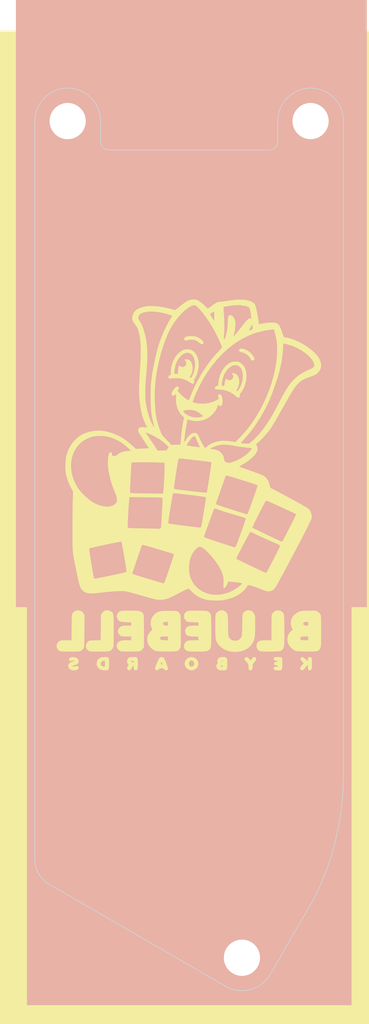
<source format=kicad_pcb>
(kicad_pcb (version 20211014) (generator pcbnew)
  (title_block (title "Howarya?") (date "2022-08-05") (rev "0.2.2") (company "jmnw"))
  (layers (0 "F.Cu" signal) (31 "B.Cu" signal) (34 "B.Paste" user) (35 "F.Paste" user) (36 "B.SilkS" user "B.Silkscreen") (37 "F.SilkS" user "F.Silkscreen") (38 "B.Mask" user) (39 "F.Mask" user) (44 "Edge.Cuts" user))
  (net 0 "")
  (footprint "swoop:M2_hole_3.5mm" (layer "F.Cu") (at 174.287202 87.982996)
    (fp_text reference "Ref**" hide)
    (fp_text value "Val**" hide)
    (pad "" thru_hole circle (at 0 0) (size 3.5 3.5) (drill 2.2) (layers *.Cu *.Mask))
  )
  (footprint "swoop:M2_hole_3.5mm" (layer "F.Cu") (at 159.505877 87.983451)
    (fp_text reference "Ref**" hide)
    (fp_text value "Val**" hide)
    (pad "" thru_hole circle (at 0 0) (size 3.5 3.5) (drill 2.2) (layers *.Cu *.Mask))
  )
  (footprint "swoop:M2_hole_3.5mm" (layer "F.Cu") (at 170.10976 138.764741)
    (fp_text reference "Ref**" hide)
    (fp_text value "Val**" hide)
    (pad "" thru_hole circle (at 0 0) (size 3.5 3.5) (drill 2.2) (layers *.Cu *.Mask))
  )
  (footprint "chocolad-art:title-bluebell" (layer "B.Cu") (at 166.878 119.497 180)
    (fp_text reference "G***" hide)
    (fp_text value "LOGO" hide)
  )
  (footprint "chocolad-art:bluebell" (layer "B.Cu") (at 167.238 107.947 180)
    (fp_text reference "G***" hide)
    (fp_text value "LOGO" hide)
    (fp_poly (pts (xy 4.142494 -1.563228) (xy 4.14312 -1.57327) (xy 4.145629 -1.65669) (xy 4.144985 -1.7454) (xy 4.143055 -1.790985) (xy 4.140655 -1.813761) (xy 4.138663 -1.803413) (xy 4.137257 -1.7631) (xy 4.136616 -1.695984) (xy 4.136595 -1.676881) (xy 4.137072 -1.605013) (xy 4.138333 -1.560229) (xy 4.140199 -1.545358)) (layer "B.Cu") (width 0) (fill solid))
    (fp_poly (pts (xy -4.342592 -3.093364) (xy -4.325591 -3.112715) (xy -4.302266 -3.146924) (xy -4.271296 -3.198366) (xy -4.231361 -3.269415) (xy -4.18114 -3.362444) (xy -4.119313 -3.47983) (xy -4.044558 -3.623945) (xy -3.955556 -3.797165) (xy -3.91255 -3.881238) (xy -3.832466 -4.038493) (xy -3.757659 -4.186414) (xy -3.689725 -4.32177) (xy -3.630263 -4.441329) (xy -3.580869 -4.541861) (xy -3.543139 -4.620135) (xy -3.518673 -4.672921) (xy -3.509065 -4.696986) (xy -3.508983 -4.697666) (xy -3.525193 -4.712301) (xy -3.57404 -4.741295) (xy -3.655613 -4.784694) (xy -3.77 -4.842542) (xy -3.917293 -4.914885) (xy -4.097579 -5.001766) (xy -4.310948 -5.103232) (xy -4.383978 -5.137727) (xy -4.551035 -5.216272) (xy -4.708712 -5.289922) (xy -4.853871 -5.357244) (xy -4.983379 -5.416809) (xy -5.094099 -5.467184) (xy -5.182895 -5.506938) (xy -5.246633 -5.53464) (xy -5.282176 -5.548858) (xy -5.288198 -5.550477) (xy -5.322431 -5.537575) (xy -5.344457 -5.518631) (xy -5.361478 -5.492244) (xy -5.391823 -5.438228) (xy -5.433581 -5.360405) (xy -5.484839 -5.262601) (xy -5.543686 -5.14864) (xy -5.60821 -5.022346) (xy -5.676498 -4.887545) (xy -5.746638 -4.74806) (xy -5.816719 -4.607716) (xy -5.884829 -4.470338) (xy -5.949055 -4.339749) (xy -6.007485 -4.219775) (xy -6.058207 -4.11424) (xy -6.09931 -4.026968) (xy -6.128881 -3.961785) (xy -6.145008 -3.922513) (xy -6.14736 -3.912651) (xy -6.129062 -3.899492) (xy -6.081321 -3.873335) (xy -6.007865 -3.835895) (xy -5.912419 -3.788891) (xy -5.79871 -3.734039) (xy -5.670462 -3.673057) (xy -5.531403 -3.607661) (xy -5.385258 -3.539568) (xy -5.235753 -3.470496) (xy -5.086615 -3.402161) (xy -4.941568 -3.33628) (xy -4.80434 -3.274571) (xy -4.678656 -3.218751) (xy -4.568242 -3.170536) (xy -4.476824 -3.131643) (xy -4.408129 -3.103791) (xy -4.365881 -3.088695) (xy -4.35459 -3.086496)) (layer "B.Cu") (width 0) (fill solid))
    (fp_poly (pts (xy 3.515944 -0.755673) (xy 3.612166 -0.756757) (xy 3.686481 -0.758565) (xy 3.741765 -0.761158) (xy 3.780893 -0.764602) (xy 3.80674 -0.768959) (xy 3.822182 -0.774293) (xy 3.828506 -0.778809) (xy 3.835157 -0.791617) (xy 3.841489 -0.817837) (xy 3.847713 -0.860202) (xy 3.854038 -0.921445) (xy 3.860677 -1.004297) (xy 3.86784 -1.111491) (xy 3.875738 -1.245759) (xy 3.884581 -1.409834) (xy 3.894581 -1.606446) (xy 3.898516 -1.685952) (xy 3.906996 -1.861505) (xy 3.914646 -2.026218) (xy 3.921321 -2.176502) (xy 3.926875 -2.308769) (xy 3.931164 -2.419427) (xy 3.934043 -2.504889) (xy 3.935367 -2.561565) (xy 3.934991 -2.585864) (xy 3.934889 -2.586286) (xy 3.923637 -2.592843) (xy 3.893306 -2.598899) (xy 3.842074 -2.604528) (xy 3.768121 -2.609807) (xy 3.669623 -2.614811) (xy 3.544759 -2.619614) (xy 3.391708 -2.624293) (xy 3.208647 -2.628922) (xy 2.993755 -2.633577) (xy 2.74521 -2.638333) (xy 2.62338 -2.640501) (xy 2.448726 -2.6434) (xy 2.306855 -2.645338) (xy 2.194275 -2.646231) (xy 2.107492 -2.645997) (xy 2.043014 -2.644552) (xy 1.99735 -2.641813) (xy 1.967006 -2.637698) (xy 1.94849 -2.632122) (xy 1.93831 -2.625004) (xy 1.937612 -2.6242) (xy 1.931162 -2.604829) (xy 1.92436 -2.560809) (xy 1.917081 -2.490451) (xy 1.909201 -2.392064) (xy 1.900595 -2.263961) (xy 1.89114 -2.104451) (xy 1.880711 -1.911845) (xy 1.870674 -1.714538) (xy 1.862158 -1.538557) (xy 1.854595 -1.373211) (xy 1.848122 -1.222118) (xy 1.842871 -1.088892) (xy 1.838977 -0.977151) (xy 1.836575 -0.890511) (xy 1.835799 -0.832589) (xy 1.836783 -0.807) (xy 1.836939 -0.806463) (xy 1.861843 -0.778688) (xy 1.877095 -0.77159) (xy 1.900585 -0.76983) (xy 1.956855 -0.767974) (xy 2.0424 -0.766075) (xy 2.153715 -0.764184) (xy 2.287295 -0.762352) (xy 2.439634 -0.76063) (xy 2.607228 -0.75907) (xy 2.78657 -0.757723) (xy 2.854482 -0.757293) (xy 3.067084 -0.756121) (xy 3.246279 -0.755418) (xy 3.39494 -0.755247)) (layer "B.Cu") (width 0) (fill solid))
    (fp_poly (pts (xy 2.723598 8.394507) (xy 2.834963 8.384061) (xy 2.951547 8.366798) (xy 3.06378 8.344683) (xy 3.162093 8.319685) (xy 3.236916 8.29377) (xy 3.254964 8.285278) (xy 3.324842 8.235352) (xy 3.382651 8.169475) (xy 3.418011 8.09995) (xy 3.421112 8.088348) (xy 3.426534 8.035481) (xy 3.417291 7.978638) (xy 3.391047 7.911124) (xy 3.34547 7.826249) (xy 3.308355 7.764979) (xy 3.237277 7.636845) (xy 3.171126 7.487443) (xy 3.108212 7.312345) (xy 3.046843 7.107124) (xy 3.022932 7.01785) (xy 2.991937 6.897384) (xy 2.966144 6.791942) (xy 2.945059 6.696535) (xy 2.928192 6.606172) (xy 2.915052 6.515863) (xy 2.905145 6.420617) (xy 2.897982 6.315444) (xy 2.89307 6.195353) (xy 2.889918 6.055355) (xy 2.888034 5.890458) (xy 2.886927 5.695673) (xy 2.886688 5.634691) (xy 2.885437 5.417887) (xy 2.88327 5.234449) (xy 2.879952 5.081462) (xy 2.875251 4.956011) (xy 2.868932 4.855183) (xy 2.860762 4.776062) (xy 2.850506 4.715736) (xy 2.837932 4.671289) (xy 2.822806 4.639808) (xy 2.805218 4.61867) (xy 2.783109 4.602661) (xy 2.764219 4.606426) (xy 2.738464 4.634137) (xy 2.724627 4.652014) (xy 2.668533 4.743163) (xy 2.611931 4.869954) (xy 2.555031 5.031752) (xy 2.498046 5.227921) (xy 2.44119 5.457825) (xy 2.413206 5.583694) (xy 2.359507 5.82577) (xy 2.308157 6.039422) (xy 2.256795 6.232201) (xy 2.203064 6.411662) (xy 2.144603 6.585358) (xy 2.079052 6.760843) (xy 2.004053 6.945671) (xy 1.943529 7.087273) (xy 1.86449 7.262246) (xy 1.778148 7.441332) (xy 1.688598 7.616708) (xy 1.599934 7.780553) (xy 1.51625 7.925045) (xy 1.450427 8.029306) (xy 1.418292 8.079408) (xy 1.396408 8.117187) (xy 1.390098 8.132137) (xy 1.406838 8.144331) (xy 1.453638 8.163714) (xy 1.525367 8.188629) (xy 1.616893 8.217418) (xy 1.723085 8.248425) (xy 1.838813 8.279993) (xy 1.885488 8.292115) (xy 2.105751 8.341355) (xy 2.320676 8.375707) (xy 2.521937 8.394152) (xy 2.701205 8.395673)) (layer "B.Cu") (width 0) (fill solid))
    (fp_poly (pts (xy -1.628554 0.308181) (xy -1.508594 0.290541) (xy -1.389444 0.262365) (xy -1.323327 0.242739) (xy -1.247742 0.216723) (xy -1.169979 0.186319) (xy -1.096837 0.15468) (xy -1.035118 0.124956) (xy -0.991621 0.100299) (xy -0.973147 0.083858) (xy -0.97373 0.080744) (xy -0.99438 0.07444) (xy -1.042825 0.06464) (xy -1.110926 0.052894) (xy -1.16153 0.045002) (xy -1.286254 0.021926) (xy -1.385392 -0.008062) (xy -1.46957 -0.049545) (xy -1.549413 -0.107105) (xy -1.584425 -0.137369) (xy -1.674586 -0.24069) (xy -1.745534 -0.367856) (xy -1.792378 -0.509373) (xy -1.802089 -0.559992) (xy -1.814934 -0.623966) (xy -1.830353 -0.674703) (xy -1.843411 -0.699043) (xy -1.873877 -0.716387) (xy -1.926809 -0.737065) (xy -1.989168 -0.75695) (xy -2.047911 -0.77191) (xy -2.089995 -0.777816) (xy -2.092088 -0.77778) (xy -2.121234 -0.772233) (xy -2.175582 -0.758226) (xy -2.245742 -0.738255) (xy -2.283831 -0.726809) (xy -2.445098 -0.66875) (xy -2.613397 -0.592497) (xy -2.782366 -0.50213) (xy -2.945642 -0.401732) (xy -3.096861 -0.295383) (xy -3.229662 -0.187167) (xy -3.33768 -0.081164) (xy -3.390465 -0.016918) (xy -3.430603 0.041982) (xy -3.44758 0.082547) (xy -3.438593 0.10812) (xy -3.400843 0.122044) (xy -3.331526 0.127661) (xy -3.26865 0.12844) (xy -3.191003 0.130004) (xy -3.108611 0.135042) (xy -3.016387 0.144222) (xy -2.909247 0.158211) (xy -2.782103 0.177675) (xy -2.62987 0.203283) (xy -2.447463 0.235701) (xy -2.438045 0.237407) (xy -2.229376 0.272848) (xy -2.049736 0.29762) (xy -1.893482 0.311748) (xy -1.754969 0.315259)) (layer "B.Cu") (width 0) (fill solid))
    (fp_poly (pts (xy 7.053668 -2.957752) (xy 7.058481 -3.007536) (xy 7.063079 -3.088721) (xy 7.067415 -3.198865) (xy 7.071441 -3.335524) (xy 7.07511 -3.496258) (xy 7.078373 -3.678622) (xy 7.081183 -3.880175) (xy 7.083491 -4.098475) (xy 7.085251 -4.331079) (xy 7.086414 -4.575545) (xy 7.086932 -4.82943) (xy 7.086955 -4.895978) (xy 7.086955 -5.8141) (xy 7.039211 -5.886348) (xy 7.001326 -5.937406) (xy 6.949303 -5.999754) (xy 6.898604 -6.055411) (xy 6.846296 -6.106608) (xy 6.790201 -6.156211) (xy 6.736512 -6.19946) (xy 6.691424 -6.231593) (xy 6.661131 -6.247851) (xy 6.651631 -6.245217) (xy 6.654428 -6.220649) (xy 6.661549 -6.172145) (xy 6.668814 -6.126475) (xy 6.673773 -6.005994) (xy 6.648329 -5.900246) (xy 6.594239 -5.812768) (xy 6.513257 -5.747098) (xy 6.470098 -5.726241) (xy 6.440491 -5.717768) (xy 6.378865 -5.702886) (xy 6.288768 -5.682366) (xy 6.173749 -5.65698) (xy 6.037358 -5.627498) (xy 5.883142 -5.594692) (xy 5.714652 -5.559332) (xy 5.535435 -5.522191) (xy 5.454098 -5.505483) (xy 5.235391 -5.460693) (xy 5.049271 -5.422858) (xy 4.892755 -5.391745) (xy 4.762862 -5.367123) (xy 4.65661 -5.348761) (xy 4.571019 -5.336427) (xy 4.503106 -5.329889) (xy 4.449891 -5.328917) (xy 4.408392 -5.333279) (xy 4.375627 -5.342744) (xy 4.348616 -5.357079) (xy 4.324376 -5.376054) (xy 4.299927 -5.399437) (xy 4.284701 -5.414701) (xy 4.258839 -5.442327) (xy 4.237728 -5.471087) (xy 4.219701 -5.506182) (xy 4.20309 -5.552814) (xy 4.186228 -5.616184) (xy 4.167447 -5.701494) (xy 4.145081 -5.813946) (xy 4.127811 -5.904166) (xy 4.108276 -6.005893) (xy 4.090187 -6.098116) (xy 4.074997 -6.173572) (xy 4.064159 -6.225002) (xy 4.060338 -6.241356) (xy 4.048026 -6.288259) (xy 3.813396 -6.174971) (xy 3.578766 -6.061682) (xy 3.513855 -5.879875) (xy 3.482345 -5.797436) (xy 3.449802 -5.72196) (xy 3.420906 -5.663874) (xy 3.406515 -5.640678) (xy 3.346172 -5.583864) (xy 3.265231 -5.540026) (xy 3.178964 -5.516662) (xy 3.149955 -5.514708) (xy 3.119956 -5.519799) (xy 3.059006 -5.534452) (xy 2.970857 -5.557622) (xy 2.859259 -5.588266) (xy 2.727961 -5.62534) (xy 2.580716 -5.6678) (xy 2.421274 -5.714601) (xy 2.271554 -5.759238) (xy 2.10556 -5.808867) (xy 1.949436 -5.855121) (xy 1.806773 -5.896969) (xy 1.681161 -5.933376) (xy 1.576192 -5.963308) (xy 1.495456 -5.985732) (xy 1.442544 -5.999614) (xy 1.421513 -6.003952) (xy 1.383235 -5.995237) (xy 1.321473 -5.97156) (xy 1.243862 -5.936623) (xy 1.158035 -5.894128) (xy 1.071626 -5.84778) (xy 0.992269 -5.801278) (xy 0.956685 -5.778507) (xy 0.818491 -5.672428) (xy 0.710467 -5.55922) (xy 0.633471 -5.441302) (xy 0.588364 -5.321093) (xy 0.576004 -5.20101) (xy 0.597253 -5.083472) (xy 0.652969 -4.970897) (xy 0.66397 -4.955117) (xy 0.704299 -4.905461) (xy 0.74427 -4.865516) (xy 0.759273 -4.85402) (xy 0.791424 -4.842924) (xy 0.855317 -4.829128) (xy 0.946574 -4.813391) (xy 1.060817 -4.796467) (xy 1.190526 -4.779501) (xy 1.345619 -4.759805) (xy 1.468482 -4.742761) (xy 1.563009 -4.727572) (xy 1.633093 -4.71344) (xy 1.682625 -4.699568) (xy 1.7155 -4.685158) (xy 1.735608 -4.669413) (xy 1.737249 -4.667516) (xy 1.770293 -4.643523) (xy 1.795857 -4.652885) (xy 1.807276 -4.692682) (xy 1.807383 -4.698249) (xy 1.818603 -4.768576) (xy 1.847251 -4.845955) (xy 1.885806 -4.911091) (xy 1.894254 -4.921183) (xy 1.930801 -4.951876) (xy 1.981575 -4.98401) (xy 1.992625 -4.989883) (xy 2.010499 -4.998071) (xy 2.031361 -5.004848) (xy 2.058605 -5.010346) (xy 2.095627 -5.014698) (xy 2.14582 -5.018035) (xy 2.212581 -5.020491) (xy 2.299303 -5.022197) (xy 2.409381 -5.023285) (xy 2.54621 -5.023889) (xy 2.713186 -5.02414) (xy 2.872553 -5.024176) (xy 3.123443 -5.023769) (xy 3.340756 -5.022355) (xy 3.527196 -5.01958) (xy 3.685466 -5.01509) (xy 3.81827 -5.008533) (xy 3.928312 -4.999555) (xy 4.018294 -4.987803) (xy 4.09092 -4.972923) (xy 4.148893 -4.954562) (xy 4.194917 -4.932367) (xy 4.231696 -4.905985) (xy 4.261932 -4.875062) (xy 4.288329 -4.839245) (xy 4.288399 -4.839139) (xy 4.307807 -4.808604) (xy 4.321287 -4.780936) (xy 4.329793 -4.749045) (xy 4.33428 -4.705839) (xy 4.335702 -4.644228) (xy 4.335013 -4.557119) (xy 4.334137 -4.499319) (xy 4.331414 -4.386533) (xy 4.326743 -4.256596) (xy 4.320546 -4.117239) (xy 4.313249 -3.976194) (xy 4.305278 -3.841191) (xy 4.297058 -3.719961) (xy 4.289013 -3.620234) (xy 4.2822 -3.554666) (xy 4.271965 -3.473024) (xy 4.359567 -3.556918) (xy 4.485368 -3.658185) (xy 4.6225 -3.730295) (xy 4.774368 -3.774128) (xy 4.944378 -3.790565) (xy 5.135936 -3.780485) (xy 5.195225 -3.77284) (xy 5.265873 -3.763027) (xy 5.358652 -3.750642) (xy 5.459677 -3.737518) (xy 5.526669 -3.729025) (xy 5.798593 -3.677611) (xy 6.063503 -3.592111) (xy 6.322463 -3.472021) (xy 6.576535 -3.316834) (xy 6.826781 -3.126043) (xy 6.868506 -3.090476) (xy 6.933874 -3.034475) (xy 6.989589 -2.987812) (xy 7.02979 -2.955321) (xy 7.048618 -2.941837) (xy 7.048689 -2.941811)) (layer "B.Cu") (width 0) (fill solid))
    (fp_poly (pts (xy -0.242295 -5.887684) (xy -0.183391 -5.921684) (xy -0.112863 -5.981657) (xy -0.03854 -6.057646) (xy 0.0908 -6.223415) (xy 0.195121 -6.412271) (xy 0.273486 -6.620158) (xy 0.324958 -6.843022) (xy 0.348601 -7.076806) (xy 0.343477 -7.317456) (xy 0.308703 -7.560651) (xy 0.246759 -7.774569) (xy 0.152943 -7.975036) (xy 0.030032 -8.15938) (xy -0.119197 -8.32493) (xy -0.291968 -8.469015) (xy -0.485506 -8.588964) (xy -0.697033 -8.682104) (xy -0.922795 -8.745565) (xy -1.04244 -8.763599) (xy -1.183723 -8.774415) (xy -1.334292 -8.777914) (xy -1.481794 -8.773997) (xy -1.613878 -8.762567) (xy -1.682909 -8.751605) (xy -1.815148 -8.71965) (xy -1.963221 -8.674512) (xy -2.111601 -8.621261) (xy -2.220331 -8.576119) (xy -2.29187 -8.540188) (xy -2.375751 -8.491799) (xy -2.466772 -8.434668) (xy -2.55973 -8.372516) (xy -2.649424 -8.309059) (xy -2.730651 -8.248017) (xy -2.798209 -8.193107) (xy -2.846895 -8.148048) (xy -2.871508 -8.116558) (xy -2.873474 -8.109279) (xy -2.856431 -8.100437) (xy -2.809416 -8.089133) (xy -2.738594 -8.076138) (xy -2.650135 -8.062229) (xy -2.550206 -8.04818) (xy -2.444974 -8.034765) (xy -2.340607 -8.02276) (xy -2.243273 -8.012938) (xy -2.15914 -8.006074) (xy -2.094375 -8.002943) (xy -2.055146 -8.004319) (xy -2.049199 -8.005757) (xy -2.031031 -8.027478) (xy -2.012331 -8.071887) (xy -2.005569 -8.095244) (xy -1.977795 -8.170525) (xy -1.93476 -8.248721) (xy -1.883953 -8.318594) (xy -1.832866 -8.368906) (xy -1.815628 -8.380186) (xy -1.778658 -8.397246) (xy -1.756489 -8.393228) (xy -1.737139 -8.371595) (xy -1.718162 -8.322848) (xy -1.720071 -8.262738) (xy -1.741871 -8.04345) (xy -1.739356 -7.842442) (xy -1.711003 -7.651621) (xy -1.655291 -7.462897) (xy -1.570699 -7.268177) (xy -1.51217 -7.157137) (xy -1.423079 -7.007949) (xy -1.319281 -6.852958) (xy -1.20455 -6.696465) (xy -1.082656 -6.542773) (xy -0.957371 -6.396184) (xy -0.832467 -6.261001) (xy -0.711715 -6.141524) (xy -0.598888 -6.042057) (xy -0.497758 -5.966902) (xy -0.438255 -5.932208) (xy -0.376848 -5.903949) (xy -0.32429 -5.884029) (xy -0.293389 -5.876952)) (layer "B.Cu") (width 0) (fill solid))
    (fp_poly (pts (xy -5.407399 6.432463) (xy -5.393983 6.412141) (xy -5.385087 6.374618) (xy -5.379264 6.31549) (xy -5.375065 6.230352) (xy -5.371043 6.114801) (xy -5.369538 6.070119) (xy -5.350527 5.78084) (xy -5.312456 5.478179) (xy -5.254774 5.159891) (xy -5.176926 4.823735) (xy -5.07836 4.467469) (xy -4.958523 4.088849) (xy -4.81686 3.685633) (xy -4.713932 3.412191) (xy -4.610625 3.13627) (xy -4.525017 2.890243) (xy -4.456665 2.672579) (xy -4.405128 2.481746) (xy -4.369962 2.316212) (xy -4.350725 2.174447) (xy -4.348667 2.147536) (xy -4.344438 2.063151) (xy -4.345409 2.005902) (xy -4.352389 1.966908) (xy -4.366185 1.937285) (xy -4.36806 1.934358) (xy -4.39734 1.899676) (xy -4.429342 1.890764) (xy -4.474563 1.906472) (xy -4.499679 1.919941) (xy -4.536242 1.941733) (xy -4.569956 1.965412) (xy -4.602544 1.993688) (xy -4.63573 2.029274) (xy -4.671236 2.074881) (xy -4.710787 2.133221) (xy -4.756105 2.207006) (xy -4.808915 2.298947) (xy -4.870938 2.411757) (xy -4.9439 2.548148) (xy -5.029522 2.71083) (xy -5.129529 2.902516) (xy -5.153995 2.949548) (xy -5.277327 3.183819) (xy -5.388555 3.388375) (xy -5.490044 3.566776) (xy -5.584162 3.722583) (xy -5.673273 3.859356) (xy -5.759745 3.980654) (xy -5.845943 4.09004) (xy -5.934234 4.191072) (xy -6.026982 4.287312) (xy -6.072432 4.331562) (xy -6.194556 4.442657) (xy -6.314956 4.539211) (xy -6.440808 4.625714) (xy -6.579287 4.706655) (xy -6.737571 4.786525) (xy -6.922834 4.869814) (xy -6.953976 4.883126) (xy -7.077986 4.940112) (xy -7.168664 4.993648) (xy -7.228157 5.047901) (xy -7.25861 5.107041) (xy -7.262169 5.175237) (xy -7.240978 5.256658) (xy -7.197185 5.355472) (xy -7.197134 5.355574) (xy -7.120111 5.479865) (xy -7.012288 5.609375) (xy -6.878043 5.74044) (xy -6.721759 5.869398) (xy -6.547814 5.992583) (xy -6.360589 6.106331) (xy -6.198808 6.19068) (xy -6.090972 6.239238) (xy -5.969335 6.288257) (xy -5.84253 6.334773) (xy -5.719193 6.375822) (xy -5.607958 6.40844) (xy -5.51746 6.429662) (xy -5.489246 6.434264) (xy -5.453582 6.439121) (xy -5.426783 6.439988)) (layer "B.Cu") (width 0) (fill solid))
    (fp_poly (pts (xy -6.678478 4.335093) (xy -6.563064 4.272272) (xy -6.46435 4.206491) (xy -6.369997 4.128589) (xy -6.27006 4.031848) (xy -6.209727 3.967111) (xy -6.149466 3.89535) (xy -6.087067 3.813208) (xy -6.020317 3.717331) (xy -5.947008 3.604361) (xy -5.864927 3.470943) (xy -5.771865 3.313722) (xy -5.66561 3.129342) (xy -5.603585 3.020158) (xy -5.452931 2.75407) (xy -5.318719 2.517442) (xy -5.199632 2.308092) (xy -5.094354 2.123838) (xy -5.00157 1.962498) (xy -4.919962 1.821889) (xy -4.848214 1.699828) (xy -4.78501 1.594134) (xy -4.729034 1.502623) (xy -4.678968 1.423114) (xy -4.633498 1.353423) (xy -4.591306 1.291369) (xy -4.551076 1.234768) (xy -4.511492 1.181439) (xy -4.471237 1.129199) (xy -4.436707 1.085522) (xy -4.351709 0.984155) (xy -4.248842 0.869642) (xy -4.136424 0.75062) (xy -4.022771 0.635727) (xy -3.916198 0.533602) (xy -3.838793 0.464478) (xy -3.711608 0.356123) (xy -3.754462 0.305194) (xy -3.798856 0.225227) (xy -3.816004 0.127082) (xy -3.805949 0.0165) (xy -3.768736 -0.100782) (xy -3.751114 -0.138758) (xy -3.69063 -0.233628) (xy -3.600877 -0.338379) (xy -3.486213 -0.449253) (xy -3.350993 -0.562492) (xy -3.199575 -0.674339) (xy -3.036315 -0.781036) (xy -2.941833 -0.836855) (xy -2.869151 -0.878138) (xy -2.802228 -0.9161) (xy -2.751647 -0.944737) (xy -2.737402 -0.952778) (xy -2.682974 -0.983441) (xy -2.746474 -1.010361) (xy -2.777915 -1.02253) (xy -2.839262 -1.045236) (xy -2.926206 -1.076922) (xy -3.034443 -1.116033) (xy -3.159665 -1.161011) (xy -3.297566 -1.210302) (xy -3.437895 -1.260236) (xy -3.585332 -1.312952) (xy -3.725377 -1.363715) (xy -3.853497 -1.410832) (xy -3.96516 -1.452608) (xy -4.055831 -1.487348) (xy -4.12098 -1.513359) (xy -4.154575 -1.52817) (xy -4.23199 -1.57879) (xy -4.314575 -1.651192) (xy -4.391632 -1.734523) (xy -4.452464 -1.817931) (xy -4.468962 -1.847115) (xy -4.49084 -1.89935) (xy -4.516317 -1.974311) (xy -4.54122 -2.059279) (xy -4.551371 -2.09837) (xy -4.579619 -2.199263) (xy -4.605466 -2.264111) (xy -4.627558 -2.292301) (xy -4.651427 -2.305322) (xy -4.70327 -2.332868) (xy -4.778867 -2.372721) (xy -4.873999 -2.422664) (xy -4.984446 -2.48048) (xy -5.10599 -2.543952) (xy -5.159474 -2.571837) (xy -5.315132 -2.653635) (xy -5.48888 -2.746094) (xy -5.670114 -2.843497) (xy -5.848234 -2.940125) (xy -6.012638 -3.030261) (xy -6.121045 -3.090433) (xy -6.294164 -3.187144) (xy -6.437309 -3.266986) (xy -6.552138 -3.330878) (xy -6.640306 -3.379736) (xy -6.703469 -3.414476) (xy -6.743282 -3.436016) (xy -6.761402 -3.445272) (xy -6.762866 -3.445791) (xy -6.772143 -3.430967) (xy -6.796008 -3.390341) (xy -6.831124 -3.329659) (xy -6.874151 -3.254665) (xy -6.886746 -3.232612) (xy -7.129263 -2.77333) (xy -7.337753 -2.304606) (xy -7.512863 -1.824469) (xy -7.655245 -1.330949) (xy -7.765545 -0.822074) (xy -7.838663 -0.343381) (xy -7.851642 -0.209513) (xy -7.861588 -0.047054) (xy -7.8685 0.136431) (xy -7.872378 0.333374) (xy -7.873224 0.536209) (xy -7.871035 0.737369) (xy -7.865814 0.929288) (xy -7.857559 1.104398) (xy -7.846271 1.255134) (xy -7.838663 1.325762) (xy -7.760448 1.828993) (xy -7.652055 2.322921) (xy -7.51458 2.804215) (xy -7.349123 3.269547) (xy -7.156779 3.715588) (xy -6.938648 4.139007) (xy -6.874118 4.251327) (xy -6.791411 4.391963)) (layer "B.Cu") (width 0) (fill solid))
    (fp_poly (pts (xy -3.364268 -4.997639) (xy -3.335634 -5.044651) (xy -3.294839 -5.116522) (xy -3.243854 -5.209425) (xy -3.18465 -5.319531) (xy -3.119199 -5.443013) (xy -3.049472 -5.576042) (xy -2.977441 -5.71479) (xy -2.905076 -5.855428) (xy -2.83435 -5.994129) (xy -2.767233 -6.127065) (xy -2.705698 -6.250406) (xy -2.651714 -6.360325) (xy -2.607254 -6.452994) (xy -2.574289 -6.524585) (xy -2.554791 -6.571269) (xy -2.550232 -6.588269) (xy -2.556302 -6.599438) (xy -2.5733 -6.614473) (xy -2.603652 -6.634626) (xy -2.649786 -6.66115) (xy -2.714127 -6.695296) (xy -2.799102 -6.738316) (xy -2.907137 -6.791463) (xy -3.040659 -6.855987) (xy -3.202094 -6.933141) (xy -3.393869 -7.024178) (xy -3.408688 -7.031195) (xy -3.574179 -7.109149) (xy -3.730894 -7.182193) (xy -3.875569 -7.24886) (xy -4.00494 -7.30768) (xy -4.115741 -7.357186) (xy -4.204709 -7.39591) (xy -4.268578 -7.422384) (xy -4.304084 -7.43514) (xy -4.309074 -7.43609) (xy -4.351558 -7.428979) (xy -4.374488 -7.414559) (xy -4.391858 -7.386862) (xy -4.422691 -7.331853) (xy -4.465056 -7.25333) (xy -4.51702 -7.155095) (xy -4.576653 -7.040948) (xy -4.642023 -6.914686) (xy -4.711198 -6.780112) (xy -4.782248 -6.641024) (xy -4.853239 -6.501223) (xy -4.922242 -6.364508) (xy -4.987323 -6.234679) (xy -5.046553 -6.115536) (xy -5.097998 -6.010878) (xy -5.139728 -5.924507) (xy -5.169811 -5.86022) (xy -5.186316 -5.821819) (xy -5.18884 -5.812519) (xy -5.185424 -5.80504) (xy -5.179201 -5.797412) (xy -5.167135 -5.78821) (xy -5.146195 -5.776009) (xy -5.113345 -5.759385) (xy -5.065551 -5.736912) (xy -4.999781 -5.707165) (xy -4.912998 -5.66872) (xy -4.80217 -5.620151) (xy -4.664263 -5.560032) (xy -4.496242 -5.486941) (xy -4.488188 -5.483438) (xy -4.344512 -5.420147) (xy -4.193574 -5.352225) (xy -4.04388 -5.283602) (xy -3.903938 -5.218205) (xy -3.782252 -5.159961) (xy -3.705341 -5.121953) (xy -3.60867 -5.074314) (xy -3.522145 -5.033822) (xy -3.451289 -5.00289) (xy -3.401627 -4.98393) (xy -3.37877 -4.979316)) (layer "B.Cu") (width 0) (fill solid))
    (fp_poly (pts (xy -2.332374 5.124148) (xy -2.210539 5.065066) (xy -2.086747 4.971146) (xy -2.024148 4.910047) (xy -1.893839 4.747193) (xy -1.789814 4.562909) (xy -1.714681 4.363263) (xy -1.671047 4.154323) (xy -1.66302 4.069869) (xy -1.652571 3.902048) (xy -1.797798 3.902048) (xy -1.808499 4.016638) (xy -1.818272 4.081997) (xy -1.834722 4.154197) (xy -1.855083 4.224528) (xy -1.876588 4.284279) (xy -1.896471 4.324742) (xy -1.910394 4.337476) (xy -1.931831 4.325398) (xy -1.956641 4.301874) (xy -2.021262 4.255038) (xy -2.097502 4.237641) (xy -2.176544 4.249141) (xy -2.249565 4.288996) (xy -2.283237 4.321937) (xy -2.318557 4.388215) (xy -2.330921 4.466908) (xy -2.319836 4.544072) (xy -2.292902 4.596427) (xy -2.264609 4.635994) (xy -2.263065 4.6561) (xy -2.29182 4.663256) (xy -2.329771 4.664048) (xy -2.43074 4.649455) (xy -2.518423 4.603822) (xy -2.586631 4.538706) (xy -2.652268 4.435298) (xy -2.693082 4.311424) (xy -2.708983 4.173169) (xy -2.69988 4.026618) (xy -2.665681 3.877858) (xy -2.606296 3.732974) (xy -2.598912 3.718827) (xy -2.565331 3.645846) (xy -2.5564 3.598832) (xy -2.572055 3.57718) (xy -2.584145 3.575476) (xy -2.603571 3.589) (xy -2.635001 3.623667) (xy -2.657332 3.652584) (xy -2.757875 3.816762) (xy -2.83654 3.999868) (xy -2.891084 4.193318) (xy -2.919266 4.388527) (xy -2.918844 4.576911) (xy -2.91282 4.630693) (xy -2.877222 4.792668) (xy -2.821531 4.925506) (xy -2.748339 5.028394) (xy -2.660236 5.100516) (xy -2.559814 5.141059) (xy -2.449663 5.149208)) (layer "B.Cu") (width 0) (fill solid))
    (fp_poly (pts (xy 1.254902 -0.032986) (xy 1.328588 -0.08148) (xy 1.38574 -0.162237) (xy 1.402139 -0.198907) (xy 1.415721 -0.234259) (xy 1.428162 -0.264243) (xy 1.442388 -0.289333) (xy 1.461325 -0.310006) (xy 1.487899 -0.326737) (xy 1.525034 -0.340001) (xy 1.575658 -0.350274) (xy 1.642695 -0.358031) (xy 1.729072 -0.363748) (xy 1.837714 -0.367899) (xy 1.971547 -0.370961) (xy 2.133496 -0.373409) (xy 2.326487 -0.375718) (xy 2.502779 -0.377757) (xy 3.449312 -0.388978) (xy 3.526472 -0.435673) (xy 3.568154 -0.46451) (xy 3.590345 -0.487177) (xy 3.591071 -0.494931) (xy 3.570904 -0.497462) (xy 3.518103 -0.499755) (xy 3.436318 -0.501764) (xy 3.3292 -0.503442) (xy 3.2004 -0.504741) (xy 3.05357 -0.505613) (xy 2.892359 -0.506012) (xy 2.742767 -0.505936) (xy 2.571357 -0.505802) (xy 2.410618 -0.506032) (xy 2.264284 -0.506596) (xy 2.136092 -0.507463) (xy 2.029776 -0.508602) (xy 1.949072 -0.509982) (xy 1.897715 -0.511572) (xy 1.879883 -0.513079) (xy 1.842095 -0.523438) (xy 1.80239 -0.532826) (xy 1.742534 -0.559865) (xy 1.68019 -0.609585) (xy 1.626478 -0.671031) (xy 1.592522 -0.733247) (xy 1.58972 -0.742334) (xy 1.580862 -0.808904) (xy 1.581874 -0.899093) (xy 1.586091 -0.949022) (xy 1.6009 -1.087238) (xy 1.468285 -1.087238) (xy 1.404132 -1.08553) (xy 1.356989 -1.08102) (xy 1.335855 -1.074632) (xy 1.335483 -1.073631) (xy 1.332732 -1.051931) (xy 1.32525 -1.000755) (xy 1.313997 -0.926464) (xy 1.299931 -0.835419) (xy 1.28994 -0.771578) (xy 1.266584 -0.63456) (xy 1.244813 -0.531427) (xy 1.22407 -0.459841) (xy 1.206904 -0.422167) (xy 1.144769 -0.352655) (xy 1.060777 -0.300648) (xy 0.967843 -0.273272) (xy 0.932595 -0.270809) (xy 0.885873 -0.27297) (xy 0.809661 -0.279123) (xy 0.708043 -0.288776) (xy 0.585105 -0.301436) (xy 0.444931 -0.316609) (xy 0.291608 -0.333802) (xy 0.129219 -0.352523) (xy -0.038151 -0.372279) (xy -0.206415 -0.392576) (xy -0.37149 -0.412921) (xy -0.52929 -0.432822) (xy -0.67573 -0.451785) (xy -0.806725 -0.469318) (xy -0.918191 -0.484927) (xy -1.006041 -0.49812) (xy -1.066192 -0.508402) (xy -1.094558 -0.515282) (xy -1.095066 -0.515527) (xy -1.139781 -0.547677) (xy -1.186509 -0.594355) (xy -1.198649 -0.609283) (xy -1.229784 -0.66548) (xy -1.249145 -0.739406) (xy -1.256976 -0.835005) (xy -1.253521 -0.956217) (xy -1.239026 -1.106987) (xy -1.232664 -1.157782) (xy -1.221899 -1.243416) (xy -1.213735 -1.314739) (xy -1.208913 -1.364769) (xy -1.208173 -1.386523) (xy -1.208352 -1.386874) (xy -1.226082 -1.396767) (xy -1.265804 -1.417262) (xy -1.295045 -1.431985) (xy -1.352885 -1.463985) (xy -1.423969 -1.507613) (xy -1.488319 -1.550305) (xy -1.599949 -1.627844) (xy -1.630026 -1.549089) (xy -1.657662 -1.488378) (xy -1.689636 -1.433703) (xy -1.698398 -1.421649) (xy -1.756475 -1.370515) (xy -1.835207 -1.33017) (xy -1.919151 -1.307726) (xy -1.950987 -1.305351) (xy -1.980516 -1.310629) (xy -2.041185 -1.325947) (xy -2.129571 -1.350302) (xy -2.242249 -1.382686) (xy -2.375797 -1.422096) (xy -2.526791 -1.467527) (xy -2.691806 -1.517974) (xy -2.86742 -1.572431) (xy -2.964461 -1.60284) (xy -3.177889 -1.669994) (xy -3.359467 -1.727427) (xy -3.51194 -1.776352) (xy -3.638057 -1.817984) (xy -3.740565 -1.853537) (xy -3.822211 -1.884224) (xy -3.885742 -1.91126) (xy -3.933905 -1.93586) (xy -3.969448 -1.959237) (xy -3.995119 -1.982606) (xy -4.013664 -2.007181) (xy -4.027831 -2.034176) (xy -4.040367 -2.064804) (xy -4.046587 -2.081089) (xy -4.060747 -2.131459) (xy -4.064941 -2.187732) (xy -4.058333 -2.255827) (xy -4.040081 -2.341662) (xy -4.009348 -2.451155) (xy -3.981478 -2.540319) (xy -3.931451 -2.696186) (xy -4.029259 -2.806954) (xy -4.127066 -2.917723) (xy -4.212377 -2.871861) (xy -4.244694 -2.855081) (xy -4.275135 -2.842127) (xy -4.306517 -2.833926) (xy -4.341659 -2.831406) (xy -4.38338 -2.835497) (xy -4.434497 -2.847124) (xy -4.49783 -2.867218) (xy -4.576197 -2.896706) (xy -4.672417 -2.936515) (xy -4.789307 -2.987575) (xy -4.929686 -3.050814) (xy -5.096373 -3.127158) (xy -5.292186 -3.217538) (xy -5.366554 -3.251932) (xy -5.536108 -3.330795) (xy -5.696808 -3.406375) (xy -5.845419 -3.477092) (xy -5.978708 -3.541369) (xy -6.09344 -3.597627) (xy -6.186382 -3.64429) (xy -6.254299 -3.679778) (xy -6.293958 -3.702514) (xy -6.301904 -3.708334) (xy -6.34036 -3.74133) (xy -6.371205 -3.750783) (xy -6.4096 -3.738381) (xy -6.438201 -3.723522) (xy -6.47208 -3.701796) (xy -6.475892 -3.686685) (xy -6.465415 -3.678196) (xy -6.382421 -3.629768) (xy -6.271446 -3.566831) (xy -6.136679 -3.49166) (xy -5.982309 -3.406527) (xy -5.812527 -3.313709) (xy -5.631521 -3.215478) (xy -5.443482 -3.114109) (xy -5.252598 -3.011877) (xy -5.06306 -2.911055) (xy -4.879057 -2.813919) (xy -4.718157 -2.729707) (xy -4.586307 -2.659069) (xy -4.484013 -2.599401) (xy -4.407278 -2.547862) (xy -4.352105 -2.501611) (xy -4.314496 -2.457807) (xy -4.298768 -2.431652) (xy -4.282968 -2.392503) (xy -4.262206 -2.329696) (xy -4.240226 -2.2548) (xy -4.233566 -2.230238) (xy -4.200092 -2.114735) (xy -4.164756 -2.023142) (xy -4.122369 -1.95038) (xy -4.067744 -1.891371) (xy -3.995695 -1.841038) (xy -3.901034 -1.794302) (xy -3.778574 -1.746085) (xy -3.716077 -1.723632) (xy -3.645183 -1.698731) (xy -3.544497 -1.663558) (xy -3.418526 -1.61968) (xy -3.27178 -1.568661) (xy -3.108766 -1.512069) (xy -2.933992 -1.451469) (xy -2.751967 -1.388427) (xy -2.5672 -1.324509) (xy -2.52876 -1.311221) (xy -2.353435 -1.250394) (xy -2.187613 -1.192423) (xy -2.034627 -1.138504) (xy -1.89781 -1.089834) (xy -1.780496 -1.047606) (xy -1.686018 -1.013017) (xy -1.617709 -0.987262) (xy -1.578904 -0.971537) (xy -1.571976 -0.968066) (xy -1.525726 -0.928638) (xy -1.493455 -0.876235) (xy -1.472117 -0.80345) (xy -1.458666 -0.702879) (xy -1.457539 -0.689832) (xy -1.447687 -0.599925) (xy -1.433724 -0.534752) (xy -1.412665 -0.482778) (xy -1.396978 -0.455638) (xy -1.350088 -0.392374) (xy -1.298354 -0.350839) (xy -1.230065 -0.323548) (xy -1.168045 -0.309275) (xy -1.100328 -0.297475) (xy -1.003538 -0.282444) (xy -0.88175 -0.264694) (xy -0.73904 -0.244736) (xy -0.579482 -0.223081) (xy -0.407152 -0.20024) (xy -0.226125 -0.176724) (xy -0.040476 -0.153043) (xy 0.14572 -0.129708) (xy 0.328388 -0.107231) (xy 0.503452 -0.086122) (xy 0.666837 -0.066893) (xy 0.814468 -0.050053) (xy 0.942271 -0.036114) (xy 1.046169 -0.025588) (xy 1.122088 -0.018984) (xy 1.164751 -0.016809)) (layer "B.Cu") (width 0) (fill solid))
    (fp_poly (pts (xy -4.650359 7.290171) (xy -4.539582 7.278959) (xy -4.407247 7.259043) (xy -4.259802 7.231773) (xy -4.103692 7.198495) (xy -3.945363 7.160556) (xy -3.791262 7.119305) (xy -3.647834 7.076089) (xy -3.558045 7.045679) (xy -3.334173 6.9559) (xy -3.095367 6.84261) (xy -2.849666 6.710389) (xy -2.605105 6.563814) (xy -2.369722 6.407464) (xy -2.151554 6.24592) (xy -2.1446 6.240442) (xy -2.040887 6.153763) (xy -1.920168 6.044909) (xy -1.788351 5.919844) (xy -1.65134 5.78453) (xy -1.515041 5.644931) (xy -1.385362 5.507008) (xy -1.268207 5.376726) (xy -1.169483 5.260047) (xy -1.151968 5.238236) (xy -0.914546 4.920644) (xy -0.685684 4.577978) (xy -0.472401 4.221418) (xy -0.281718 3.862142) (xy -0.259626 3.817198) (xy -0.225279 3.744231) (xy -0.184675 3.654061) (xy -0.139926 3.551792) (xy -0.09314 3.44253) (xy -0.046425 3.331382) (xy -0.001892 3.223452) (xy 0.038351 3.123846) (xy 0.072194 3.037671) (xy 0.097529 2.970032) (xy 0.112246 2.926035) (xy 0.114747 2.910935) (xy 0.095343 2.903401) (xy 0.049584 2.889215) (xy -0.013813 2.87104) (xy -0.035587 2.865038) (xy -0.137339 2.844742) (xy -0.26366 2.83087) (xy -0.403907 2.823556) (xy -0.547435 2.822933) (xy -0.683604 2.829136) (xy -0.80177 2.842296) (xy -0.863922 2.854655) (xy -0.988538 2.891119) (xy -1.120843 2.938426) (xy -1.246882 2.991127) (xy -1.352701 3.043771) (xy -1.362842 3.049517) (xy -1.457853 3.104223) (xy -1.429524 3.175024) (xy -1.407741 3.257942) (xy -1.415002 3.323116) (xy -1.450956 3.368246) (xy -1.459588 3.373587) (xy -1.520708 3.393566) (xy -1.573994 3.37967) (xy -1.621086 3.331066) (xy -1.651138 3.276178) (xy -1.682452 3.184713) (xy -1.7013 3.080391) (xy -1.70787 2.971859) (xy -1.702354 2.867762) (xy -1.68494 2.776747) (xy -1.65582 2.70746) (xy -1.638136 2.684853) (xy -1.584829 2.654131) (xy -1.525551 2.654275) (xy -1.471947 2.684427) (xy -1.459648 2.697995) (xy -1.43366 2.724952) (xy -1.422297 2.722629) (xy -1.422045 2.719265) (xy -1.413233 2.676548) (xy -1.389508 2.611764) (xy -1.354936 2.53377) (xy -1.313583 2.451426) (xy -1.269515 2.37359) (xy -1.247176 2.33829) (xy -1.121471 2.180327) (xy -0.968028 2.040747) (xy -0.792319 1.923317) (xy -0.599818 1.831805) (xy -0.434893 1.779154) (xy -0.316839 1.757648) (xy -0.180301 1.745766) (xy -0.038777 1.74373) (xy 0.094238 1.751761) (xy 0.199757 1.768757) (xy 0.306631 1.793899) (xy 0.294855 1.627866) (xy 0.28247 1.512391) (xy 0.262176 1.388464) (xy 0.236444 1.267997) (xy 0.207742 1.162903) (xy 0.185654 1.101099) (xy 0.159864 1.039375) (xy 0.042 1.048836) (xy -0.022275 1.05303) (xy -0.063783 1.049913) (xy -0.095917 1.035234) (xy -0.132066 1.004742) (xy -0.149853 0.987923) (xy -0.215958 0.906465) (xy -0.276273 0.792506) (xy -0.284947 0.772405) (xy -0.346051 0.627262) (xy -0.562013 0.624099) (xy -0.662636 0.6249) (xy -0.764741 0.629552) (xy -0.854555 0.637238) (xy -0.904974 0.644395) (xy -1.143979 0.699045) (xy -1.400623 0.776847) (xy -1.667435 0.874757) (xy -1.936943 0.989732) (xy -2.201677 1.118727) (xy -2.454168 1.2587) (xy -2.538735 1.310014) (xy -2.800499 1.484836) (xy -3.059526 1.680812) (xy -3.307618 1.89099) (xy -3.536575 2.108419) (xy -3.738202 2.326148) (xy -3.740957 2.329359) (xy -3.864474 2.478009) (xy -3.981031 2.627055) (xy -4.08684 2.771169) (xy -4.178111 2.905025) (xy -4.251056 3.023297) (xy -4.298288 3.112834) (xy -4.442997 3.448523) (xy -4.577108 3.810783) (xy -4.697987 4.190782) (xy -4.75984 4.419846) (xy -3.160728 4.419846) (xy -3.142682 4.231132) (xy -3.100023 4.035644) (xy -3.088141 3.995088) (xy -3.040179 3.863435) (xy -2.976854 3.725926) (xy -2.904864 3.595581) (xy -2.830905 3.485419) (xy -2.816635 3.467164) (xy -2.77756 3.414775) (xy -2.752454 3.37329) (xy -2.745688 3.350182) (xy -2.747099 3.348304) (xy -2.762722 3.319976) (xy -2.762798 3.274404) (xy -2.749112 3.22622) (xy -2.728331 3.194476) (xy -2.683092 3.163761) (xy -2.633326 3.161233) (xy -2.574585 3.18795) (xy -2.502424 3.244973) (xy -2.497497 3.249448) (xy -2.310691 3.397969) (xy -2.113003 3.511903) (xy -1.904102 3.591383) (xy -1.683655 3.636539) (xy -1.493724 3.648048) (xy -1.385293 3.650801) (xy -1.308131 3.660471) (xy -1.257541 3.679177) (xy -1.228825 3.709037) (xy -1.217285 3.752169) (xy -1.216426 3.773084) (xy -1.228717 3.834079) (xy -1.267617 3.873813) (xy -1.336168 3.895216) (xy -1.344452 3.896418) (xy -1.416995 3.906148) (xy -1.427223 4.080991) (xy -1.453016 4.285203) (xy -1.504514 4.48336) (xy -1.579042 4.671578) (xy -1.673926 4.845975) (xy -1.78649 5.002668) (xy -1.914059 5.137773) (xy -2.053957 5.247409) (xy -2.203509 5.327692) (xy -2.311197 5.364011) (xy -2.458349 5.385637) (xy -2.595604 5.374562) (xy -2.721488 5.333379) (xy -2.834532 5.26468) (xy -2.933263 5.171058) (xy -3.01621 5.055106) (xy -3.081901 4.919416) (xy -3.128866 4.766581) (xy -3.155632 4.599193) (xy -3.160728 4.419846) (xy -4.75984 4.419846) (xy -4.803002 4.579693) (xy -4.889519 4.968683) (xy -4.94472 5.280905) (xy -4.957184 5.365921) (xy -4.966887 5.444999) (xy -4.97405 5.52333) (xy -3.635474 5.52333) (xy -3.620421 5.462825) (xy -3.580309 5.42282) (xy -3.522711 5.407944) (xy -3.464637 5.418903) (xy -3.441888 5.439753) (xy -3.410321 5.483566) (xy -3.378378 5.537967) (xy -3.311684 5.637173) (xy -3.22328 5.732374) (xy -3.125227 5.811617) (xy -3.067444 5.846191) (xy -3.012141 5.868796) (xy -2.937984 5.891995) (xy -2.868255 5.90914) (xy -2.793607 5.925259) (xy -2.746555 5.938338) (xy -2.71911 5.952449) (xy -2.703285 5.971663) (xy -2.691375 5.99931) (xy -2.685514 6.060854) (xy -2.709242 6.118155) (xy -2.748781 6.152997) (xy -2.799784 6.164021) (xy -2.874749 6.159251) (xy -2.965849 6.14038) (xy -3.065253 6.1091) (xy -3.165131 6.067106) (xy -3.1803 6.059672) (xy -3.281792 5.998562) (xy -3.379427 5.921045) (xy -3.468147 5.833086) (xy -3.542887 5.740648) (xy -3.598587 5.649697) (xy -3.630185 5.566196) (xy -3.635474 5.52333) (xy -4.97405 5.52333) (xy -4.974165 5.524589) (xy -4.979357 5.611143) (xy -4.982799 5.71111) (xy -4.984829 5.830943) (xy -4.985783 5.97709) (xy -4.98597 6.070119) (xy -4.985995 6.223535) (xy -4.985486 6.346351) (xy -4.984068 6.444251) (xy -4.981366 6.522921) (xy -4.977005 6.588046) (xy -4.970609 6.64531) (xy -4.961804 6.700399) (xy -4.950215 6.758997) (xy -4.936295 6.823048) (xy -4.913662 6.922781) (xy -4.890107 7.022321) (xy -4.868559 7.109525) (xy -4.853206 7.167762) (xy -4.820306 7.285691) (xy -4.733134 7.291333)) (layer "B.Cu") (width 0) (fill solid))
    (fp_poly (pts (xy 3.811251 -2.868372) (xy 3.868081 -2.87003) (xy 3.908523 -2.872743) (xy 3.935416 -2.876529) (xy 3.9516 -2.881409) (xy 3.958809 -2.886173) (xy 3.966339 -2.910416) (xy 3.974968 -2.966491) (xy 3.984444 -3.050116) (xy 3.994516 -3.157004) (xy 4.004932 -3.28287) (xy 4.01544 -3.42343) (xy 4.02579 -3.574398) (xy 4.03573 -3.731489) (xy 4.045007 -3.890419) (xy 4.053372 -4.046903) (xy 4.060572 -4.196655) (xy 4.066355 -4.33539) (xy 4.070471 -4.458823) (xy 4.072667 -4.56267) (xy 4.072693 -4.642644) (xy 4.070296 -4.694463) (xy 4.066045 -4.713306) (xy 4.05249 -4.720095) (xy 4.023599 -4.726032) (xy 3.97639 -4.731284) (xy 3.907881 -4.736019) (xy 3.815091 -4.740404) (xy 3.695039 -4.744607) (xy 3.544745 -4.748797) (xy 3.361225 -4.75314) (xy 3.355917 -4.753258) (xy 3.107339 -4.758631) (xy 2.892628 -4.762919) (xy 2.709381 -4.766106) (xy 2.555197 -4.768177) (xy 2.427673 -4.769116) (xy 2.324405 -4.768909) (xy 2.242992 -4.767538) (xy 2.181031 -4.76499) (xy 2.136119 -4.761247) (xy 2.105853 -4.756296) (xy 2.087832 -4.750119) (xy 2.081189 -4.745027) (xy 2.074633 -4.72062) (xy 2.066948 -4.664496) (xy 2.058376 -4.580927) (xy 2.049154 -4.474188) (xy 2.039525 -4.348552) (xy 2.029727 -4.208294) (xy 2.02 -4.057687) (xy 2.010586 -3.901004) (xy 2.001722 -3.74252) (xy 1.993651 -3.586508) (xy 1.986611 -3.437241) (xy 1.980842 -3.298995) (xy 1.976585 -3.176042) (xy 1.97408 -3.072655) (xy 1.973566 -2.99311) (xy 1.975283 -2.941679) (xy 1.978876 -2.923021) (xy 1.99162 -2.917382) (xy 2.020203 -2.91225) (xy 2.067052 -2.907518) (xy 2.134592 -2.903081) (xy 2.225249 -2.89883) (xy 2.341448 -2.89466) (xy 2.485615 -2.890463) (xy 2.660175 -2.886133) (xy 2.867555 -2.881563) (xy 2.967012 -2.879505) (xy 3.181833 -2.875236) (xy 3.363221 -2.871906) (xy 3.514016 -2.869536) (xy 3.637058 -2.868144) (xy 3.73519 -2.86775)) (layer "B.Cu") (width 0) (fill solid))
    (fp_poly (pts (xy 0.940222 -0.529835) (xy 0.96208 -0.533078) (xy 0.975991 -0.538401) (xy 0.984762 -0.545585) (xy 0.986356 -0.547488) (xy 0.992202 -0.568876) (xy 1.002704 -0.621888) (xy 1.017192 -0.702258) (xy 1.034992 -0.805718) (xy 1.055434 -0.928) (xy 1.077847 -1.064837) (xy 1.101558 -1.211961) (xy 1.125895 -1.365105) (xy 1.150187 -1.520001) (xy 1.173763 -1.672382) (xy 1.195951 -1.81798) (xy 1.216079 -1.952528) (xy 1.233476 -2.071758) (xy 1.247469 -2.171402) (xy 1.257388 -2.247194) (xy 1.26256 -2.294865) (xy 1.263161 -2.306274) (xy 1.257764 -2.345927) (xy 1.247085 -2.364993) (xy 1.227737 -2.368219) (xy 1.176396 -2.375107) (xy 1.097118 -2.385178) (xy 0.993959 -2.397953) (xy 0.870975 -2.412954) (xy 0.732223 -2.429702) (xy 0.581757 -2.447718) (xy 0.423634 -2.466524) (xy 0.26191 -2.485642) (xy 0.10064 -2.504592) (xy -0.056118 -2.522897) (xy -0.204311 -2.540076) (xy -0.33988 -2.555653) (xy -0.458771 -2.569148) (xy -0.556928 -2.580082) (xy -0.630294 -2.587978) (xy -0.674814 -2.592356) (xy -0.685944 -2.593095) (xy -0.703345 -2.58188) (xy -0.722249 -2.564585) (xy -0.744849 -2.536921) (xy -0.750382 -2.523763) (xy -0.752958 -2.503888) (xy -0.760488 -2.45168) (xy -0.772442 -2.370675) (xy -0.788291 -2.26441) (xy -0.807506 -2.136421) (xy -0.829558 -1.990245) (xy -0.853916 -1.829417) (xy -0.880052 -1.657474) (xy -0.880798 -1.652575) (xy -0.913286 -1.437306) (xy -0.940005 -1.255825) (xy -0.961207 -1.106137) (xy -0.977142 -0.986247) (xy -0.988061 -0.89416) (xy -0.994216 -0.827882) (xy -0.995858 -0.785417) (xy -0.993237 -0.764771) (xy -0.992672 -0.763703) (xy -0.982916 -0.756111) (xy -0.961353 -0.748199) (xy -0.925228 -0.739564) (xy -0.871783 -0.729804) (xy -0.798263 -0.718518) (xy -0.701911 -0.705304) (xy -0.57997 -0.689759) (xy -0.429684 -0.671481) (xy -0.248297 -0.650069) (xy -0.077577 -0.630255) (xy 0.1422 -0.604954) (xy 0.328751 -0.583699) (xy 0.484886 -0.56627) (xy 0.613412 -0.55245) (xy 0.717139 -0.542021) (xy 0.798875 -0.534763) (xy 0.861428 -0.530458) (xy 0.907608 -0.528888)) (layer "B.Cu") (width 0) (fill solid))
    (fp_poly (pts (xy -1.458129 8.710586) (xy -1.431455 8.660749) (xy -1.409541 8.581679) (xy -1.392794 8.476793) (xy -1.38162 8.34951) (xy -1.376427 8.203248) (xy -1.377622 8.041426) (xy -1.385611 7.867463) (xy -1.386004 7.861414) (xy -1.393817 7.753632) (xy -1.40248 7.652629) (xy -1.411198 7.566546) (xy -1.419173 7.503519) (xy -1.423384 7.479635) (xy -1.442837 7.418102) (xy -1.476666 7.336051) (xy -1.520098 7.243786) (xy -1.568358 7.151608) (xy -1.603448 7.091024) (xy -1.639624 7.031691) (xy -1.639161 7.303834) (xy -1.637041 7.427336) (xy -1.63158 7.570348) (xy -1.623569 7.716329) (xy -1.613799 7.848739) (xy -1.612244 7.866262) (xy -1.601422 7.995325) (xy -1.590764 8.140429) (xy -1.581406 8.285002) (xy -1.574482 8.412476) (xy -1.573742 8.428691) (xy -1.568209 8.53938) (xy -1.56198 8.618894) (xy -1.553611 8.672339) (xy -1.541659 8.704817) (xy -1.524681 8.721433) (xy -1.501233 8.727291) (xy -1.489155 8.72777)) (layer "B.Cu") (width 0) (fill solid))
    (fp_poly (pts (xy 0.386794 2.428718) (xy 0.46648 2.419159) (xy 0.54608 2.405342) (xy 0.616528 2.389081) (xy 0.668761 2.372186) (xy 0.693541 2.35676) (xy 0.687494 2.335629) (xy 0.660798 2.297557) (xy 0.619131 2.250571) (xy 0.616634 2.248007) (xy 0.533949 2.178823) (xy 0.427614 2.112029) (xy 0.31003 2.054137) (xy 0.193596 2.011659) (xy 0.141883 1.998682) (xy 0.049266 1.986343) (xy -0.063163 1.981261) (xy -0.181035 1.983253) (xy -0.28998 1.992134) (xy -0.365773 2.005188) (xy -0.421605 2.020439) (xy -0.462149 2.034703) (xy -0.474631 2.041602) (xy -0.468431 2.059107) (xy -0.440541 2.09421) (xy -0.396371 2.140386) (xy -0.378583 2.157469) (xy -0.234814 2.268648) (xy -0.070832 2.353372) (xy 0.105946 2.408708) (xy 0.288102 2.431723) (xy 0.316088 2.432208)) (layer "B.Cu") (width 0) (fill solid))
    (fp_poly (pts (xy 0.597439 5.863529) (xy 0.707085 5.809751) (xy 0.814423 5.729734) (xy 0.916522 5.624589) (xy 1.010448 5.495428) (xy 1.093266 5.34336) (xy 1.100536 5.327572) (xy 1.157181 5.177345) (xy 1.199084 5.014255) (xy 1.222726 4.853901) (xy 1.226685 4.768369) (xy 1.226812 4.627762) (xy 1.032185 4.627762) (xy 1.022467 4.795584) (xy 1.014032 4.888598) (xy 1.000741 4.974528) (xy 0.984176 5.047712) (xy 0.965917 5.102487) (xy 0.947546 5.133192) (xy 0.930643 5.134163) (xy 0.928615 5.131782) (xy 0.867536 5.07637) (xy 0.792635 5.04749) (xy 0.712811 5.044586) (xy 0.636964 5.067103) (xy 0.573992 5.114484) (xy 0.545527 5.155698) (xy 0.523472 5.229261) (xy 0.525561 5.307305) (xy 0.549286 5.378706) (xy 0.592141 5.432338) (xy 0.610651 5.444563) (xy 0.636974 5.466977) (xy 0.627491 5.48643) (xy 0.582596 5.502458) (xy 0.557474 5.507361) (xy 0.455309 5.507283) (xy 0.359713 5.473218) (xy 0.273959 5.407312) (xy 0.20132 5.311715) (xy 0.17105 5.253691) (xy 0.151426 5.205228) (xy 0.139163 5.156772) (xy 0.132755 5.097814) (xy 0.130698 5.017846) (xy 0.130789 4.972476) (xy 0.139329 4.824573) (xy 0.164844 4.698517) (xy 0.210487 4.582604) (xy 0.259006 4.496587) (xy 0.287913 4.449289) (xy 0.298368 4.42285) (xy 0.291051 4.407297) (xy 0.266642 4.392655) (xy 0.266107 4.392369) (xy 0.242535 4.385157) (xy 0.221698 4.396937) (xy 0.195669 4.433549) (xy 0.184218 4.45271) (xy 0.100494 4.6222) (xy 0.039762 4.802191) (xy 0.002333 4.986871) (xy -0.011482 5.170428) (xy -0.001369 5.347049) (xy 0.032982 5.510922) (xy 0.091884 5.656233) (xy 0.11729 5.699955) (xy 0.194464 5.794035) (xy 0.284 5.856322) (xy 0.382963 5.887926) (xy 0.488421 5.889958)) (layer "B.Cu") (width 0) (fill solid))
    (fp_poly (pts (xy 3.186723 -5.782191) (xy 3.211455 -5.808916) (xy 3.224225 -5.836892) (xy 3.246535 -5.894444) (xy 3.276991 -5.977443) (xy 3.314201 -6.081756) (xy 3.356771 -6.203251) (xy 3.40331 -6.337799) (xy 3.452423 -6.481266) (xy 3.502719 -6.629523) (xy 3.552804 -6.778436) (xy 3.601286 -6.923876) (xy 3.646771 -7.06171) (xy 3.687867 -7.187807) (xy 3.723181 -7.298035) (xy 3.75132 -7.388264) (xy 3.770892 -7.454362) (xy 3.780503 -7.492197) (xy 3.781208 -7.498897) (xy 3.776347 -7.508068) (xy 3.762564 -7.518705) (xy 3.737207 -7.5317) (xy 3.697628 -7.547947) (xy 3.641177 -7.568338) (xy 3.565204 -7.593766) (xy 3.467061 -7.625125) (xy 3.344097 -7.663306) (xy 3.193663 -7.709202) (xy 3.01311 -7.763707) (xy 2.850598 -7.812491) (xy 2.674532 -7.865207) (xy 2.50906 -7.914654) (xy 2.357418 -7.959872) (xy 2.222839 -7.999901) (xy 2.108559 -8.033781) (xy 2.017811 -8.060553) (xy 1.953832 -8.079257) (xy 1.919854 -8.088932) (xy 1.915172 -8.090087) (xy 1.89408 -8.080747) (xy 1.874664 -8.067702) (xy 1.863661 -8.047079) (xy 1.842572 -7.996118) (xy 1.812817 -7.918898) (xy 1.775816 -7.819494) (xy 1.732991 -7.701981) (xy 1.685763 -7.570437) (xy 1.635551 -7.428937) (xy 1.583778 -7.281558) (xy 1.531863 -7.132376) (xy 1.481227 -6.985467) (xy 1.433292 -6.844907) (xy 1.389477 -6.714773) (xy 1.351204 -6.59914) (xy 1.319893 -6.502085) (xy 1.296965 -6.427684) (xy 1.283842 -6.380014) (xy 1.281241 -6.365144) (xy 1.295785 -6.329543) (xy 1.312991 -6.315179) (xy 1.337879 -6.30601) (xy 1.393242 -6.288002) (xy 1.475065 -6.262349) (xy 1.579336 -6.230244) (xy 1.70204 -6.192878) (xy 1.839166 -6.151444) (xy 1.986698 -6.107136) (xy 2.140625 -6.061146) (xy 2.296932 -6.014667) (xy 2.451607 -5.968891) (xy 2.600636 -5.925011) (xy 2.740005 -5.88422) (xy 2.865703 -5.847711) (xy 2.973714 -5.816676) (xy 3.060026 -5.792307) (xy 3.120626 -5.775799) (xy 3.1515 -5.768342) (xy 3.154072 -5.768032)) (layer "B.Cu") (width 0) (fill solid))
    (fp_poly (pts (xy 3.38483 6.957582) (xy 3.432131 6.932985) (xy 3.500145 6.892372) (xy 3.591773 6.834098) (xy 3.709913 6.756518) (xy 3.716908 6.751877) (xy 3.936762 6.60201) (xy 4.134482 6.458215) (xy 4.321171 6.312008) (xy 4.507934 6.154904) (xy 4.574169 6.096839) (xy 4.943304 5.746167) (xy 5.28765 5.370056) (xy 5.605893 4.970735) (xy 5.896721 4.550431) (xy 6.158823 4.111373) (xy 6.390886 3.65579) (xy 6.591598 3.185908) (xy 6.759647 2.703956) (xy 6.89372 2.212163) (xy 6.91386 2.124048) (xy 6.94759 1.96123) (xy 6.979811 1.785336) (xy 7.009547 1.603448) (xy 7.035824 1.422647) (xy 7.057666 1.250016) (xy 7.074098 1.092638) (xy 7.084146 0.957595) (xy 7.08694 0.866783) (xy 7.086955 0.797876) (xy 7.009848 0.850045) (xy 6.792456 0.975678) (xy 6.55541 1.072827) (xy 6.303056 1.140222) (xy 6.03974 1.176593) (xy 5.87009 1.183006) (xy 5.576827 1.165075) (xy 5.282245 1.112625) (xy 4.989767 1.027109) (xy 4.702813 0.909984) (xy 4.424805 0.762703) (xy 4.159164 0.586721) (xy 3.909311 0.383494) (xy 3.840637 0.319995) (xy 3.74599 0.230945) (xy 3.673175 0.165069) (xy 3.618677 0.119579) (xy 3.57898 0.091685) (xy 3.550567 0.078599) (xy 3.534098 0.076865) (xy 3.507325 0.078705) (xy 3.450306 0.082116) (xy 3.36903 0.086756) (xy 3.269487 0.092286) (xy 3.157665 0.098363) (xy 3.135663 0.099544) (xy 2.767586 0.119262) (xy 2.991815 0.463976) (xy 3.063395 0.57395) (xy 3.134691 0.683361) (xy 3.201137 0.785214) (xy 3.258172 0.872517) (xy 3.301233 0.938276) (xy 3.309875 0.951437) (xy 3.371931 1.051951) (xy 3.410969 1.131889) (xy 3.428716 1.197211) (xy 3.4269 1.253878) (xy 3.410998 1.300259) (xy 3.378794 1.347779) (xy 3.339498 1.380422) (xy 3.333137 1.383329) (xy 3.268663 1.397532) (xy 3.182305 1.402059) (xy 3.087124 1.396999) (xy 2.996185 1.382438) (xy 2.990168 1.38103) (xy 2.935384 1.36981) (xy 2.896468 1.365422) (xy 2.884784 1.367171) (xy 2.888778 1.38602) (xy 2.906559 1.430311) (xy 2.935208 1.493276) (xy 2.968943 1.56245) (xy 3.077234 1.808541) (xy 3.170981 2.085444) (xy 3.249396 2.390398) (xy 3.311691 2.720638) (xy 3.325602 2.813476) (xy 3.338807 2.935125) (xy 3.348812 3.088293) (xy 3.355642 3.26836) (xy 3.359323 3.470703) (xy 3.359881 3.690701) (xy 3.357342 3.923731) (xy 3.351731 4.165172) (xy 3.343075 4.410401) (xy 3.331399 4.654798) (xy 3.316729 4.893739) (xy 3.313745 4.936191) (xy 3.294131 5.243056) (xy 3.280165 5.535961) (xy 3.271868 5.811466) (xy 3.269264 6.06613) (xy 3.272373 6.296513) (xy 3.281218 6.499174) (xy 3.295821 6.670672) (xy 3.302373 6.723262) (xy 3.314836 6.811333) (xy 3.326026 6.885429) (xy 3.334851 6.938666) (xy 3.34022 6.964159) (xy 3.340772 6.965311) (xy 3.355343 6.96781)) (layer "B.Cu") (width 0) (fill solid))
    (fp_poly (pts (xy 2.978587 1.049606) (xy 2.970827 1.03341) (xy 2.945248 0.992499) (xy 2.905053 0.931732) (xy 2.853451 0.855967) (xy 2.801135 0.780723) (xy 2.69721 0.632403) (xy 2.611864 0.510131) (xy 2.542699 0.410348) (xy 2.487315 0.329495) (xy 2.443311 0.264014) (xy 2.408289 0.210347) (xy 2.379849 0.164935) (xy 2.355591 0.124219) (xy 2.339801 0.096583) (xy 2.275975 -0.016809) (xy 1.721806 -0.016809) (xy 1.656649 0.081325) (xy 1.591491 0.17946) (xy 1.785616 0.350735) (xy 1.938403 0.481152) (xy 2.07774 0.589758) (xy 2.212932 0.683006) (xy 2.353287 0.767347) (xy 2.49514 0.842707) (xy 2.600212 0.894545) (xy 2.702009 0.942497) (xy 2.795266 0.98431) (xy 2.874719 1.01773) (xy 2.935101 1.040503) (xy 2.971147 1.050376)) (layer "B.Cu") (width 0) (fill solid))
    (fp_poly (pts (xy 5.856202 0.842019) (xy 6.02529 0.829582) (xy 6.174635 0.806084) (xy 6.197955 0.800809) (xy 6.44023 0.725455) (xy 6.662268 0.62037) (xy 6.862882 0.486471) (xy 7.040881 0.32467) (xy 7.195079 0.135884) (xy 7.31327 -0.057753) (xy 7.39718 -0.23733) (xy 7.458023 -0.417263) (xy 7.497407 -0.605399) (xy 7.516941 -0.809584) (xy 7.518232 -1.037667) (xy 7.517666 -1.055172) (xy 7.504746 -1.25328) (xy 7.478765 -1.430472) (xy 7.436736 -1.60069) (xy 7.375672 -1.777879) (xy 7.348034 -1.847078) (xy 7.227677 -2.09803) (xy 7.079129 -2.338282) (xy 6.906094 -2.564288) (xy 6.71228 -2.772502) (xy 6.50139 -2.959377) (xy 6.27713 -3.121367) (xy 6.043206 -3.254925) (xy 5.803324 -3.356507) (xy 5.753455 -3.373153) (xy 5.656968 -3.396188) (xy 5.539755 -3.412518) (xy 5.412759 -3.421709) (xy 5.286923 -3.423329) (xy 5.173193 -3.416944) (xy 5.082513 -3.402123) (xy 5.074574 -3.400003) (xy 4.94489 -3.349679) (xy 4.84526 -3.280136) (xy 4.77623 -3.19185) (xy 4.744938 -3.113877) (xy 4.735978 -3.052536) (xy 4.740073 -2.978011) (xy 4.758153 -2.886622) (xy 4.791146 -2.774688) (xy 4.83998 -2.638529) (xy 4.905583 -2.474464) (xy 4.907192 -2.470584) (xy 4.967179 -2.323216) (xy 5.016785 -2.193711) (xy 5.059263 -2.07203) (xy 5.097867 -1.948134) (xy 5.13585 -1.811982) (xy 5.176464 -1.653537) (xy 5.190855 -1.595238) (xy 5.233052 -1.407775) (xy 5.262494 -1.236857) (xy 5.280493 -1.069843) (xy 5.288362 -0.894094) (xy 5.287413 -0.696968) (xy 5.286769 -0.671286) (xy 5.282867 -0.552) (xy 5.277934 -0.4619) (xy 5.271142 -0.393888) (xy 5.261663 -0.340866) (xy 5.248671 -0.295735) (xy 5.240361 -0.273309) (xy 5.198347 -0.183557) (xy 5.156469 -0.128818) (xy 5.113725 -0.107838) (xy 5.107642 -0.107524) (xy 5.082543 -0.111222) (xy 5.06539 -0.127354) (xy 5.05201 -0.16347) (xy 5.038227 -0.227125) (xy 5.03648 -0.236272) (xy 5.02527 -0.290623) (xy 5.015851 -0.328063) (xy 5.01193 -0.338025) (xy 4.991716 -0.343695) (xy 4.94724 -0.35103) (xy 4.914757 -0.355248) (xy 4.866148 -0.359504) (xy 4.830091 -0.355429) (xy 4.794954 -0.338638) (xy 4.749103 -0.304749) (xy 4.72143 -0.28239) (xy 4.597447 -0.192727) (xy 4.473618 -0.128786) (xy 4.339984 -0.086881) (xy 4.186583 -0.063324) (xy 4.115505 -0.058104) (xy 4.037057 -0.052546) (xy 3.973092 -0.045685) (xy 3.931653 -0.038522) (xy 3.920325 -0.033817) (xy 3.929079 -0.015813) (xy 3.961219 0.020294) (xy 4.011741 0.07001) (xy 4.075643 0.12884) (xy 4.14792 0.192287) (xy 4.223571 0.255856) (xy 4.297591 0.315053) (xy 4.363305 0.364191) (xy 4.602782 0.518133) (xy 4.851146 0.645595) (xy 5.102206 0.743793) (xy 5.349772 0.809941) (xy 5.356963 0.811378) (xy 5.509391 0.833076) (xy 5.68002 0.843237)) (layer "B.Cu") (width 0) (fill solid))
    (fp_poly (pts (xy 1.290923 -2.637979) (xy 1.315129 -2.653707) (xy 1.321584 -2.675452) (xy 1.332946 -2.728769) (xy 1.348503 -2.809383) (xy 1.367538 -2.913018) (xy 1.389339 -3.0354) (xy 1.413191 -3.172254) (xy 1.438379 -3.319302) (xy 1.46419 -3.472272) (xy 1.489909 -3.626887) (xy 1.514821 -3.778871) (xy 1.538213 -3.92395) (xy 1.559371 -4.057849) (xy 1.577579 -4.176292) (xy 1.592124 -4.275003) (xy 1.602291 -4.349708) (xy 1.607367 -4.396132) (xy 1.607812 -4.405568) (xy 1.597175 -4.45284) (xy 1.576062 -4.469363) (xy 1.552207 -4.473494) (xy 1.495926 -4.48152) (xy 1.410818 -4.492975) (xy 1.30048 -4.507396) (xy 1.16851 -4.524316) (xy 1.018505 -4.543272) (xy 0.854064 -4.563798) (xy 0.678783 -4.585431) (xy 0.655312 -4.588309) (xy 0.478121 -4.610078) (xy 0.310669 -4.630756) (xy 0.156651 -4.649877) (xy 0.019763 -4.66698) (xy -0.096301 -4.6816) (xy -0.187845 -4.693273) (xy -0.251173 -4.701536) (xy -0.282591 -4.705925) (xy -0.283959 -4.706155) (xy -0.340428 -4.700912) (xy -0.365764 -4.683519) (xy -0.376581 -4.658036) (xy -0.391573 -4.601396) (xy -0.410063 -4.517809) (xy -0.431371 -4.41148) (xy -0.454821 -4.286617) (xy -0.479735 -4.147426) (xy -0.505434 -3.998115) (xy -0.531242 -3.842891) (xy -0.556479 -3.68596) (xy -0.580469 -3.53153) (xy -0.602533 -3.383808) (xy -0.621993 -3.247) (xy -0.638172 -3.125314) (xy -0.650393 -3.022957) (xy -0.657976 -2.944135) (xy -0.660244 -2.893056) (xy -0.657262 -2.874354) (xy -0.636053 -2.868672) (xy -0.582923 -2.859246) (xy -0.501986 -2.846607) (xy -0.397354 -2.831285) (xy -0.27314 -2.81381) (xy -0.133456 -2.794711) (xy 0.017584 -2.774519) (xy 0.175867 -2.753762) (xy 0.337282 -2.732972) (xy 0.497715 -2.712677) (xy 0.653053 -2.693408) (xy 0.799183 -2.675694) (xy 0.931993 -2.660066) (xy 1.047371 -2.647053) (xy 1.141202 -2.637185) (xy 1.209375 -2.630992) (xy 1.247269 -2.628998)) (layer "B.Cu") (width 0) (fill solid))
    (fp_poly (pts (xy -1.908851 -1.571918) (xy -1.896415 -1.582967) (xy -1.884893 -1.606482) (xy -1.863194 -1.659957) (xy -1.832764 -1.739298) (xy -1.795051 -1.84041) (xy -1.751501 -1.9592) (xy -1.703561 -2.091573) (xy -1.652679 -2.233435) (xy -1.6003 -2.38069) (xy -1.547873 -2.529246) (xy -1.496844 -2.675007) (xy -1.44866 -2.813879) (xy -1.404769 -2.941768) (xy -1.366616 -3.054579) (xy -1.33565 -3.148219) (xy -1.313317 -3.218592) (xy -1.301063 -3.261604) (xy -1.299181 -3.272892) (xy -1.306577 -3.287553) (xy -1.327548 -3.303403) (xy -1.366349 -3.322259) (xy -1.427239 -3.34594) (xy -1.514472 -3.376265) (xy -1.630688 -3.414527) (xy -1.747201 -3.452172) (xy -1.878583 -3.49438) (xy -2.020837 -3.539889) (xy -2.169965 -3.587434) (xy -2.321972 -3.635754) (xy -2.472859 -3.683585) (xy -2.618629 -3.729665) (xy -2.755287 -3.772731) (xy -2.878833 -3.81152) (xy -2.985273 -3.844769) (xy -3.070607 -3.871215) (xy -3.13084 -3.889596) (xy -3.161975 -3.898648) (xy -3.165309 -3.899381) (xy -3.184603 -3.887452) (xy -3.204866 -3.867631) (xy -3.217984 -3.8429) (xy -3.241091 -3.788396) (xy -3.272748 -3.708183) (xy -3.311516 -3.606323) (xy -3.355956 -3.48688) (xy -3.404628 -3.353917) (xy -3.456095 -3.211496) (xy -3.508917 -3.063682) (xy -3.561654 -2.914537) (xy -3.612869 -2.768124) (xy -3.661121 -2.628507) (xy -3.704973 -2.499748) (xy -3.742984 -2.385912) (xy -3.773717 -2.291061) (xy -3.795732 -2.219257) (xy -3.807589 -2.174566) (xy -3.809072 -2.161577) (xy -3.79908 -2.151631) (xy -3.772807 -2.137643) (xy -3.728016 -2.118841) (xy -3.662469 -2.094454) (xy -3.573928 -2.06371) (xy -3.460158 -2.025837) (xy -3.31892 -1.980064) (xy -3.147977 -1.925618) (xy -2.945092 -1.861728) (xy -2.887057 -1.843544) (xy -2.71192 -1.788896) (xy -2.546729 -1.737697) (xy -2.394817 -1.690954) (xy -2.259513 -1.649678) (xy -2.144148 -1.614875) (xy -2.052052 -1.587555) (xy -1.986557 -1.568726) (xy -1.950993 -1.559397) (xy -1.945874 -1.558552)) (layer "B.Cu") (width 0) (fill solid))
    (fp_poly (pts (xy -2.537471 8.780424) (xy -2.419218 8.776029) (xy -2.305236 8.768311) (xy -2.203597 8.757353) (xy -2.193117 8.755897) (xy -2.094766 8.74059) (xy -1.998108 8.723339) (xy -1.910269 8.705651) (xy -1.838374 8.689036) (xy -1.78955 8.675005) (xy -1.771891 8.666655) (xy -1.766905 8.643384) (xy -1.764411 8.590554) (xy -1.764257 8.514795) (xy -1.766294 8.422737) (xy -1.770372 8.321011) (xy -1.776341 8.216246) (xy -1.78405 8.115073) (xy -1.784491 8.110092) (xy -1.800573 7.899961) (xy -1.811299 7.694182) (xy -1.816605 7.498783) (xy -1.816427 7.319796) (xy -1.810701 7.16325) (xy -1.799365 7.035176) (xy -1.796089 7.011267) (xy -1.781747 6.901152) (xy -1.776479 6.823276) (xy -1.780348 6.774728) (xy -1.793421 6.752596) (xy -1.801942 6.750476) (xy -1.815236 6.765985) (xy -1.832111 6.804598) (xy -1.836835 6.818512) (xy -1.909309 7.069242) (xy -1.959925 7.302452) (xy -1.990384 7.528221) (xy -2.002384 7.756627) (xy -2.002718 7.802008) (xy -2.005926 7.92907) (xy -2.016028 8.024663) (xy -2.033966 8.093113) (xy -2.060684 8.138745) (xy -2.07993 8.156013) (xy -2.143729 8.18102) (xy -2.212405 8.174458) (xy -2.281633 8.139855) (xy -2.34709 8.080743) (xy -2.404449 8.000651) (xy -2.449386 7.903108) (xy -2.468264 7.839048) (xy -2.485729 7.717857) (xy -2.48824 7.572993) (xy -2.476563 7.413487) (xy -2.451463 7.248369) (xy -2.413706 7.086671) (xy -2.400754 7.042537) (xy -2.383738 6.982867) (xy -2.373628 6.938359) (xy -2.372601 6.91873) (xy -2.387614 6.928003) (xy -2.421542 6.962329) (xy -2.471224 7.017963) (xy -2.533498 7.091162) (xy -2.605203 7.178181) (xy -2.683175 7.275276) (xy -2.764254 7.378704) (xy -2.797423 7.421762) (xy -2.909983 7.567797) (xy -3.003764 7.687015) (xy -3.081367 7.781917) (xy -3.145394 7.855004) (xy -3.198446 7.908777) (xy -3.243124 7.945737) (xy -3.28203 7.968385) (xy -3.317764 7.979222) (xy -3.352928 7.980749) (xy -3.375997 7.97805) (xy -3.437475 7.968074) (xy -3.426268 8.080454) (xy -3.409816 8.21943) (xy -3.389933 8.344966) (xy -3.367822 8.451191) (xy -3.344684 8.532235) (xy -3.324239 8.578373) (xy -3.25444 8.658235) (xy -3.162739 8.713007) (xy -3.05729 8.737925) (xy -3.050223 8.738395) (xy -2.980602 8.745468) (xy -2.914543 8.757181) (xy -2.891736 8.763103) (xy -2.837127 8.772834) (xy -2.754498 8.778909) (xy -2.651922 8.781411)) (layer "B.Cu") (width 0) (fill solid))
    (fp_poly (pts (xy 4.530662 -5.58615) (xy 4.581026 -5.592758) (xy 4.650178 -5.603998) (xy 4.740785 -5.620337) (xy 4.855518 -5.642241) (xy 4.997044 -5.670176) (xy 5.168033 -5.704609) (xy 5.371154 -5.746008) (xy 5.429282 -5.757913) (xy 5.640983 -5.801459) (xy 5.819839 -5.838638) (xy 5.968605 -5.870102) (xy 6.090036 -5.896507) (xy 6.186885 -5.918505) (xy 6.261909 -5.936752) (xy 6.317861 -5.951901) (xy 6.357497 -5.964606) (xy 6.383571 -5.975522) (xy 6.398839 -5.985302) (xy 6.402482 -5.988978) (xy 6.423722 -6.027279) (xy 6.426428 -6.056374) (xy 6.421883 -6.079717) (xy 6.412065 -6.135224) (xy 6.397589 -6.219252) (xy 6.379073 -6.328161) (xy 6.357131 -6.458309) (xy 6.332382 -6.606054) (xy 6.30544 -6.767756) (xy 6.277744 -6.934805) (xy 6.243267 -7.141771) (xy 6.213779 -7.315306) (xy 6.188802 -7.457852) (xy 6.167859 -7.57185) (xy 6.150471 -7.65974) (xy 6.13616 -7.723966) (xy 6.12445 -7.766966) (xy 6.114861 -7.791183) (xy 6.108656 -7.798549) (xy 6.084536 -7.798154) (xy 6.027036 -7.790383) (xy 5.93822 -7.775616) (xy 5.820155 -7.754237) (xy 5.674905 -7.726627) (xy 5.504537 -7.693168) (xy 5.311116 -7.654243) (xy 5.145669 -7.620353) (xy 4.966255 -7.583165) (xy 4.797307 -7.547798) (xy 4.642215 -7.514986) (xy 4.504368 -7.485462) (xy 4.387158 -7.459961) (xy 4.293972 -7.439215) (xy 4.228203 -7.423959) (xy 4.193238 -7.414926) (xy 4.188633 -7.413217) (xy 4.171534 -7.385815) (xy 4.165671 -7.349989) (xy 4.168546 -7.315275) (xy 4.176903 -7.250698) (xy 4.190016 -7.160515) (xy 4.20716 -7.048982) (xy 4.227609 -6.920356) (xy 4.250639 -6.778893) (xy 4.275525 -6.62885) (xy 4.301541 -6.474482) (xy 4.327963 -6.320047) (xy 4.354065 -6.1698) (xy 4.379121 -6.027998) (xy 4.402408 -5.898897) (xy 4.423199 -5.786755) (xy 4.44077 -5.695826) (xy 4.454395 -5.630368) (xy 4.46335 -5.594637) (xy 4.465602 -5.589452) (xy 4.475619 -5.584963) (xy 4.496416 -5.583707)) (layer "B.Cu") (width 0) (fill solid))
    (fp_poly (pts (xy 0.167096 8.743521) (xy 0.279498 8.692964) (xy 0.401823 8.617955) (xy 0.531546 8.52094) (xy 0.666138 8.404362) (xy 0.803073 8.270665) (xy 0.939822 8.122294) (xy 1.073859 7.961693) (xy 1.202656 7.791306) (xy 1.323687 7.613577) (xy 1.434422 7.43095) (xy 1.516633 7.277544) (xy 1.649224 6.993076) (xy 1.776823 6.678832) (xy 1.897588 6.341187) (xy 2.009678 5.986513) (xy 2.111253 5.621183) (xy 2.20047 5.251572) (xy 2.275489 4.884053) (xy 2.33447 4.524998) (xy 2.353928 4.378963) (xy 2.363658 4.247257) (xy 2.364769 4.0867) (xy 2.357981 3.902189) (xy 2.344016 3.69862) (xy 2.323592 3.480891) (xy 2.297429 3.253899) (xy 2.266249 3.022541) (xy 2.230771 2.791714) (xy 2.191715 2.566316) (xy 2.149801 2.351242) (xy 2.10575 2.151391) (xy 2.060281 1.97166) (xy 2.014116 1.816945) (xy 1.967973 1.692144) (xy 1.954306 1.661405) (xy 1.881477 1.53011) (xy 1.802399 1.434438) (xy 1.716953 1.374248) (xy 1.704193 1.368527) (xy 1.642288 1.353088) (xy 1.561529 1.346315) (xy 1.478398 1.348637) (xy 1.409378 1.36048) (xy 1.408123 1.360857) (xy 1.290279 1.411944) (xy 1.16757 1.492748) (xy 1.04552 1.598216) (xy 0.929656 1.723298) (xy 0.8255 1.862942) (xy 0.780927 1.934274) (xy 0.733665 2.01492) (xy 0.833611 2.125363) (xy 0.947162 2.275186) (xy 1.041857 2.451068) (xy 1.101087 2.604834) (xy 1.117138 2.659293) (xy 1.128723 2.713338) (xy 1.136674 2.774837) (xy 1.14182 2.851665) (xy 1.144993 2.95169) (xy 1.146412 3.03451) (xy 1.148489 3.136497) (xy 1.151575 3.226182) (xy 1.155348 3.297105) (xy 1.159485 3.342804) (xy 1.162476 3.35641) (xy 1.181045 3.358092) (xy 1.211957 3.331847) (xy 1.215206 3.328144) (xy 1.264921 3.292066) (xy 1.320507 3.283202) (xy 1.372351 3.298628) (xy 1.410839 3.335425) (xy 1.426358 3.390669) (xy 1.426369 3.392324) (xy 1.414903 3.451541) (xy 1.383926 3.527997) (xy 1.338523 3.612254) (xy 1.283781 3.694874) (xy 1.224787 3.766421) (xy 1.224694 3.766519) (xy 1.170368 3.820559) (xy 1.129502 3.851271) (xy 1.093595 3.864209) (xy 1.072778 3.865762) (xy 1.019399 3.854988) (xy 0.984695 3.832583) (xy 0.959168 3.780917) (xy 0.958135 3.72059) (xy 0.981019 3.66776) (xy 0.990955 3.657119) (xy 1.01805 3.62659) (xy 1.027241 3.606434) (xy 1.016418 3.58519) (xy 0.987513 3.543708) (xy 0.945868 3.489464) (xy 0.926323 3.465235) (xy 0.810544 3.340224) (xy 0.672877 3.218215) (xy 0.526717 3.110693) (xy 0.474266 3.077543) (xy 0.368058 3.013588) (xy 0.301314 3.190211) (xy 0.14071 3.588767) (xy -0.032806 3.965984) (xy -0.225932 4.335668) (xy -0.402543 4.641072) (xy -0.631318 4.996728) (xy -0.760392 5.174856) (xy -0.252204 5.174856) (xy -0.238401 4.974509) (xy -0.198333 4.770824) (xy -0.175383 4.691262) (xy -0.132946 4.572055) (xy -0.082292 4.453956) (xy -0.028967 4.349015) (xy 0.014433 4.278991) (xy 0.037071 4.236639) (xy 0.034318 4.202457) (xy 0.030278 4.194005) (xy 0.012294 4.128768) (xy 0.030355 4.065563) (xy 0.039484 4.051228) (xy 0.083522 4.016501) (xy 0.143701 4.013005) (xy 0.21804 4.04053) (xy 0.27437 4.075925) (xy 0.461594 4.189489) (xy 0.66368 4.274127) (xy 0.874626 4.328305) (xy 1.088427 4.350489) (xy 1.299081 4.339144) (xy 1.302363 4.338686) (xy 1.382129 4.328326) (xy 1.452772 4.320741) (xy 1.503433 4.317031) (xy 1.517098 4.316931) (xy 1.566998 4.335141) (xy 1.607478 4.376164) (xy 1.625823 4.426674) (xy 1.625955 4.431025) (xy 1.611419 4.472018) (xy 1.576218 4.514654) (xy 1.532963 4.546288) (xy 1.502146 4.555191) (xy 1.487938 4.557831) (xy 1.477796 4.569541) (xy 1.47068 4.596002) (xy 1.465545 4.642895) (xy 1.46135 4.715902) (xy 1.458021 4.795584) (xy 1.451296 4.918803) (xy 1.440833 5.018015) (xy 1.424892 5.105444) (xy 1.401731 5.193315) (xy 1.40106 5.195572) (xy 1.329739 5.392693) (xy 1.239963 5.571762) (xy 1.134368 5.730331) (xy 1.015591 5.865951) (xy 0.886268 5.976173) (xy 0.749038 6.058551) (xy 0.606535 6.110636) (xy 0.461398 6.129979) (xy 0.397356 6.127485) (xy 0.257885 6.100376) (xy 0.136993 6.045064) (xy 0.046886 5.976913) (xy -0.05955 5.857373) (xy -0.143416 5.713122) (xy -0.203973 5.548436) (xy -0.240482 5.367589) (xy -0.252204 5.174856) (xy -0.760392 5.174856) (xy -0.885315 5.347256) (xy -1.156608 5.682317) (xy -1.437272 5.991576) (xy -1.440562 5.994981) (xy -1.653755 6.215539) (xy -1.625686 6.287972) (xy -1.541121 6.489716) (xy -0.551696 6.489716) (xy -0.52295 6.442775) (xy -0.50208 6.424196) (xy -0.453848 6.398244) (xy -0.404183 6.399098) (xy -0.347525 6.428317) (xy -0.279045 6.486755) (xy -0.154857 6.584255) (xy -0.019078 6.648183) (xy 0.129307 6.678746) (xy 0.291311 6.676154) (xy 0.467949 6.640616) (xy 0.468171 6.640553) (xy 0.550392 6.628283) (xy 0.611464 6.642947) (xy 0.649314 6.683828) (xy 0.657114 6.70584) (xy 0.660186 6.765826) (xy 0.634052 6.814432) (xy 0.576015 6.855157) (xy 0.524961 6.877188) (xy 0.361269 6.919706) (xy 0.19 6.93) (xy 0.017426 6.909383) (xy -0.150176 6.859169) (xy -0.306535 6.78067) (xy -0.445375 6.675201) (xy -0.446972 6.673718) (xy -0.514372 6.602174) (xy -0.549058 6.541845) (xy -0.551696 6.489716) (xy -1.541121 6.489716) (xy -1.466914 6.666748) (xy -1.285305 7.044987) (xy -1.086232 7.412458) (xy -0.875067 7.758927) (xy -0.773159 7.911619) (xy -0.651235 8.083878) (xy -0.532299 8.242483) (xy -0.418637 8.384862) (xy -0.312534 8.508444) (xy -0.216275 8.610659) (xy -0.132145 8.688935) (xy -0.062429 8.740701) (xy -0.017825 8.761507) (xy 0.067146 8.767184)) (layer "B.Cu") (width 0) (fill solid))
    (fp_poly (pts (xy -1.148037 8.386657) (xy -1.110241 8.366272) (xy -1.061148 8.336759) (xy -1.010043 8.303856) (xy -0.966213 8.273304) (xy -0.94318 8.254917) (xy -0.947832 8.236856) (xy -0.967678 8.195408) (xy -0.998486 8.137832) (xy -1.03602 8.071387) (xy -1.076047 8.003332) (xy -1.114334 7.940927) (xy -1.146645 7.891431) (xy -1.168748 7.862102) (xy -1.175159 7.857191) (xy -1.176398 7.874269) (xy -1.177095 7.921256) (xy -1.177221 7.991775) (xy -1.176749 8.079453) (xy -1.176357 8.120543) (xy -1.174814 8.214455) (xy -1.172481 8.294751) (xy -1.169631 8.354784) (xy -1.166533 8.38791) (xy -1.165251 8.392175)) (layer "B.Cu") (width 0) (fill solid))
    (fp_poly (pts (xy 0.050506 0.826111) (xy 0.096069 0.802162) (xy 0.113637 0.789786) (xy 0.152571 0.753781) (xy 0.201542 0.699238) (xy 0.256427 0.631911) (xy 0.313101 0.557554) (xy 0.367438 0.481918) (xy 0.415314 0.410757) (xy 0.452604 0.349824) (xy 0.475183 0.304873) (xy 0.478927 0.281656) (xy 0.478406 0.281023) (xy 0.458051 0.275547) (xy 0.408404 0.26666) (xy 0.336199 0.255281) (xy 0.248169 0.242331) (xy 0.151049 0.22873) (xy 0.051573 0.215397) (xy -0.043526 0.203253) (xy -0.127514 0.193216) (xy -0.193656 0.186208) (xy -0.235218 0.183147) (xy -0.238529 0.183087) (xy -0.297799 0.182762) (xy -0.248561 0.278012) (xy -0.222594 0.331951) (xy -0.187733 0.409492) (xy -0.148434 0.500496) (xy -0.109153 0.594827) (xy -0.107082 0.599908) (xy -0.061865 0.706202) (xy -0.026081 0.779352) (xy 0.001149 0.821005) (xy 0.017204 0.832726)) (layer "B.Cu") (width 0) (fill solid))
    (fp_poly (pts (xy -3.302716 7.760671) (xy -3.271476 7.724547) (xy -3.225621 7.667104) (xy -3.168394 7.592443) (xy -3.103039 7.504663) (xy -3.07805 7.470509) (xy -3.005773 7.37178) (xy -2.936227 7.277718) (xy -2.873829 7.194226) (xy -2.822997 7.127208) (xy -2.788147 7.082566) (xy -2.783653 7.077048) (xy -2.73177 7.012081) (xy -2.701381 6.969345) (xy -2.693874 6.950839) (xy -2.69551 6.950219) (xy -2.712954 6.958674) (xy -2.751615 6.980166) (xy -2.78276 6.998158) (xy -2.84783 7.039553) (xy -2.90487 7.084797) (xy -2.961294 7.141068) (xy -3.024515 7.215547) (xy -3.078489 7.284589) (xy -3.152117 7.386684) (xy -3.21562 7.486235) (xy -3.266652 7.578433) (xy -3.302866 7.658468) (xy -3.321914 7.721532) (xy -3.321449 7.762816) (xy -3.316096 7.771378)) (layer "B.Cu") (width 0) (fill solid))
    (fp_poly (pts (xy -2.164733 8.028825) (xy -2.155125 8.01106) (xy -2.150642 7.96996) (xy -2.151096 7.901132) (xy -2.155444 7.813869) (xy -2.160128 7.578298) (xy -2.146367 7.344223) (xy -2.115301 7.118719) (xy -2.068071 6.908862) (xy -2.005817 6.721726) (xy -1.964539 6.62893) (xy -1.923063 6.5369) (xy -1.90375 6.472631) (xy -1.906451 6.435264) (xy -1.929058 6.423905) (xy -1.951278 6.437599) (xy -1.976104 6.467786) (xy -2.003573 6.517082) (xy -2.039479 6.591957) (xy -2.080168 6.683776) (xy -2.121988 6.783904) (xy -2.161286 6.883709) (xy -2.194411 6.974554) (xy -2.208702 7.017658) (xy -2.245261 7.145029) (xy -2.27747 7.278935) (xy -2.30343 7.409629) (xy -2.321241 7.527366) (xy -2.329004 7.622398) (xy -2.329188 7.63588) (xy -2.323164 7.723417) (xy -2.306797 7.81049) (xy -2.282647 7.890984) (xy -2.253275 7.958781) (xy -2.221239 8.007766) (xy -2.1891 8.031822)) (layer "B.Cu") (width 0) (fill solid))
    (fp_poly (pts (xy 0.912535 2.944829) (xy 0.901044 2.84309) (xy 0.882053 2.739842) (xy 0.857965 2.644652) (xy 0.831182 2.567091) (xy 0.805583 2.51866) (xy 0.790837 2.502967) (xy 0.771473 2.497778) (xy 0.738386 2.50364) (xy 0.682473 2.521101) (xy 0.664383 2.527167) (xy 0.60577 2.544721) (xy 0.547415 2.556323) (xy 0.479542 2.563055) (xy 0.392373 2.566003) (xy 0.310598 2.566387) (xy 0.207114 2.565308) (xy 0.129793 2.561725) (xy 0.068532 2.554328) (xy 0.013225 2.541808) (xy -0.046229 2.522858) (xy -0.058336 2.518597) (xy -0.221901 2.448946) (xy -0.365422 2.36098) (xy -0.501935 2.246552) (xy -0.517185 2.231901) (xy -0.639524 2.112968) (xy -0.703769 2.145928) (xy -0.772474 2.190926) (xy -0.851828 2.258069) (xy -0.933256 2.338729) (xy -1.00818 2.424279) (xy -1.068025 2.506091) (xy -1.078289 2.522687) (xy -1.122123 2.600502) (xy -1.14472 2.651441) (xy -1.146628 2.677641) (xy -1.128397 2.681242) (xy -1.118152 2.677875) (xy -1.086306 2.667503) (xy -1.030081 2.651101) (xy -0.960215 2.631778) (xy -0.941259 2.62669) (xy -0.844314 2.607888) (xy -0.721259 2.594539) (xy -0.581873 2.586734) (xy -0.435934 2.584562) (xy -0.293219 2.588112) (xy -0.163508 2.597473) (xy -0.056576 2.612736) (xy -0.030879 2.618362) (xy 0.221744 2.693495) (xy 0.45127 2.791525) (xy 0.665282 2.915979) (xy 0.771495 2.991209) (xy 0.923964 3.105841)) (layer "B.Cu") (width 0) (fill solid))
    (fp_poly (pts (xy -1.195972 -3.573485) (xy -1.193989 -3.575375) (xy -1.183037 -3.596851) (xy -1.161338 -3.648411) (xy -1.130396 -3.725987) (xy -1.091719 -3.825508) (xy -1.046811 -3.942905) (xy -0.997178 -4.07411) (xy -0.944326 -4.215052) (xy -0.889761 -4.361661) (xy -0.834987 -4.509869) (xy -0.781512 -4.655605) (xy -0.73084 -4.794801) (xy -0.684477 -4.923387) (xy -0.643929 -5.037293) (xy -0.610701 -5.13245) (xy -0.586299 -5.204788) (xy -0.572229 -5.250238) (xy -0.569331 -5.263712) (xy -0.583839 -5.297581) (xy -0.601081 -5.31161) (xy -0.628673 -5.322548) (xy -0.68626 -5.3428) (xy -0.769839 -5.371089) (xy -0.875407 -5.406136) (xy -0.99896 -5.446663) (xy -1.136496 -5.49139) (xy -1.284009 -5.539041) (xy -1.437499 -5.588336) (xy -1.59296 -5.637996) (xy -1.746389 -5.686744) (xy -1.893784 -5.7333) (xy -2.03114 -5.776387) (xy -2.154455 -5.814726) (xy -2.259725 -5.847038) (xy -2.342946 -5.872045) (xy -2.400116 -5.888469) (xy -2.427231 -5.89503) (xy -2.428189 -5.895095) (xy -2.468477 -5.885981) (xy -2.487121 -5.872416) (xy -2.496623 -5.851303) (xy -2.517246 -5.799477) (xy -2.547714 -5.72033) (xy -2.586751 -5.617251) (xy -2.63308 -5.493631) (xy -2.685426 -5.352862) (xy -2.742512 -5.198331) (xy -2.803062 -5.033432) (xy -2.808386 -5.018885) (xy -2.880649 -4.820734) (xy -2.940844 -4.654064) (xy -2.989776 -4.516434) (xy -3.028253 -4.4054) (xy -3.057082 -4.318521) (xy -3.07707 -4.253354) (xy -3.089024 -4.207457) (xy -3.093751 -4.178387) (xy -3.092058 -4.163701) (xy -3.091314 -4.162604) (xy -3.079672 -4.15309) (xy -3.057391 -4.141472) (xy -3.021597 -4.126814) (xy -2.969412 -4.10818) (xy -2.897961 -4.084633) (xy -2.804369 -4.055239) (xy -2.68576 -4.019061) (xy -2.539257 -3.975162) (xy -2.361986 -3.922608) (xy -2.27552 -3.897097) (xy -2.075064 -3.837633) (xy -1.904836 -3.786229) (xy -1.76007 -3.741361) (xy -1.635996 -3.701504) (xy -1.527847 -3.665134) (xy -1.430855 -3.630727) (xy -1.361227 -3.604784) (xy -1.289107 -3.578545) (xy -1.242613 -3.565477) (xy -1.214111 -3.564238)) (layer "B.Cu") (width 0) (fill solid))
    (fp_poly (pts (xy -3.447023 7.529956) (xy -3.417435 7.464767) (xy -3.379456 7.392593) (xy -3.361861 7.362525) (xy -3.326764 7.304111) (xy -3.31213 7.271186) (xy -3.321265 7.260632) (xy -3.357475 7.269332) (xy -3.424066 7.294169) (xy -3.431367 7.296975) (xy -3.483972 7.320301) (xy -3.514951 7.346162) (xy -3.52682 7.382471) (xy -3.522095 7.437143) (xy -3.503294 7.518093) (xy -3.502572 7.520884) (xy -3.479227 7.610935)) (layer "B.Cu") (width 0) (fill solid))
  )
  (gr_rect (start 155.448 82.55) (end 177.8 142.748) (layer "F.SilkS") (width 0.12) (fill solid))
  (gr_line (start 162.005989 89.733337) (end 171.786833 89.732736) (layer "Edge.Cuts") (width 0.05))
  (gr_line (start 176.287135 87.982959) (end 176.28682 127.767725) (layer "Edge.Cuts") (width 0.05))
  (gr_arc (start 159.505823 85.983273) (mid 160.920075 86.569115) (end 161.50581 87.98341) (layer "Edge.Cuts") (width 0.05))
  (gr_arc (start 162.005989 89.733337) (mid 161.652432 89.586894) (end 161.505982 89.23334) (layer "Edge.Cuts") (width 0.05))
  (gr_line (start 161.50581 87.98341) (end 161.505982 89.23334) (layer "Edge.Cuts") (width 0.05))
  (gr_arc (start 157.505686 87.98326) (mid 158.091544 86.569025) (end 159.505823 85.983273) (layer "Edge.Cuts") (width 0.05))
  (gr_line (start 172.286838 89.232738) (end 172.287011 87.98281) (layer "Edge.Cuts") (width 0.05))
  (gr_line (start 169.110215 140.496502) (end 158.371881 134.295031) (layer "Edge.Cuts") (width 0.05))
  (gr_arc (start 171.842378 139.764532) (mid 170.627893 140.696366) (end 169.110215 140.496502) (layer "Edge.Cuts") (width 0.05))
  (gr_arc (start 172.286838 89.232738) (mid 172.140389 89.586292) (end 171.786833 89.732736) (layer "Edge.Cuts") (width 0.05))
  (gr_arc (start 174.287148 85.982823) (mid 175.701399 86.568664) (end 176.287135 87.982959) (layer "Edge.Cuts") (width 0.05))
  (gr_arc (start 176.28682 127.767725) (mid 175.829733 131.529076) (end 174.540128 135.091885) (layer "Edge.Cuts") (width 0.05))
  (gr_arc (start 158.371881 134.295031) (mid 157.737796 133.661165) (end 157.505595 132.795179) (layer "Edge.Cuts") (width 0.05))
  (gr_line (start 171.842378 139.764532) (end 174.540128 135.091885) (layer "Edge.Cuts") (width 0.05))
  (gr_line (start 157.505686 87.98326) (end 157.505595 132.795179) (layer "Edge.Cuts") (width 0.05))
  (gr_arc (start 172.287011 87.98281) (mid 172.872853 86.568559) (end 174.287148 85.982823) (layer "Edge.Cuts") (width 0.05))
)
</source>
